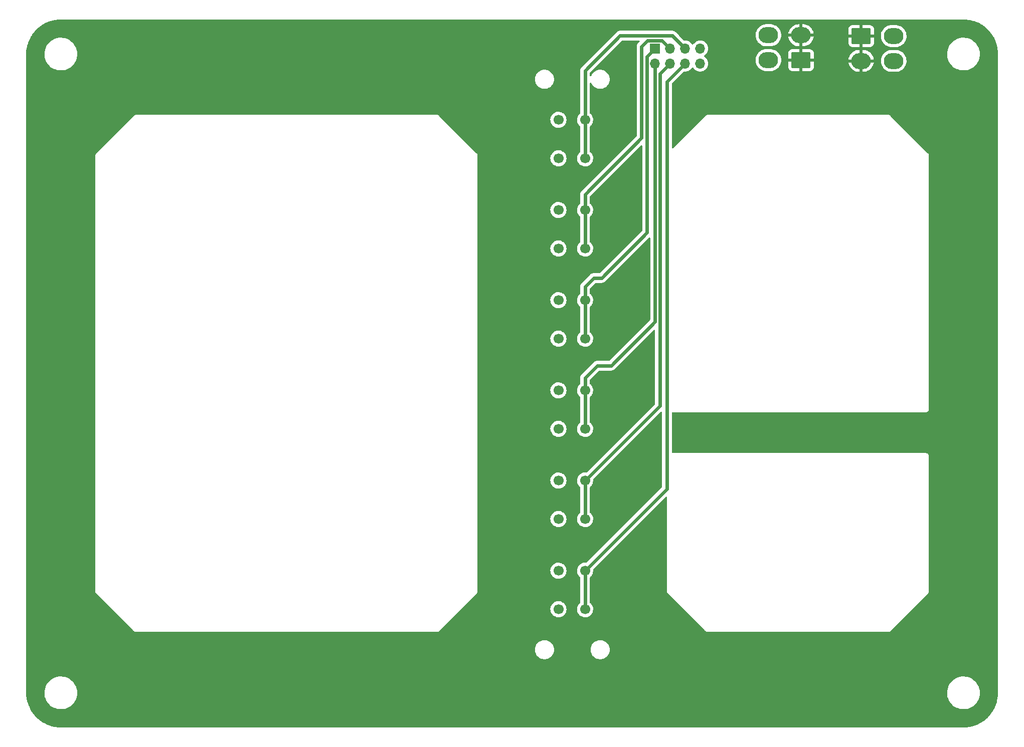
<source format=gbr>
%TF.GenerationSoftware,KiCad,Pcbnew,(6.0.9)*%
%TF.CreationDate,2023-01-27T20:31:40-09:00*%
%TF.ProjectId,IFEI,49464549-2e6b-4696-9361-645f70636258,rev?*%
%TF.SameCoordinates,Original*%
%TF.FileFunction,Copper,L2,Bot*%
%TF.FilePolarity,Positive*%
%FSLAX46Y46*%
G04 Gerber Fmt 4.6, Leading zero omitted, Abs format (unit mm)*
G04 Created by KiCad (PCBNEW (6.0.9)) date 2023-01-27 20:31:40*
%MOMM*%
%LPD*%
G01*
G04 APERTURE LIST*
G04 Aperture macros list*
%AMRoundRect*
0 Rectangle with rounded corners*
0 $1 Rounding radius*
0 $2 $3 $4 $5 $6 $7 $8 $9 X,Y pos of 4 corners*
0 Add a 4 corners polygon primitive as box body*
4,1,4,$2,$3,$4,$5,$6,$7,$8,$9,$2,$3,0*
0 Add four circle primitives for the rounded corners*
1,1,$1+$1,$2,$3*
1,1,$1+$1,$4,$5*
1,1,$1+$1,$6,$7*
1,1,$1+$1,$8,$9*
0 Add four rect primitives between the rounded corners*
20,1,$1+$1,$2,$3,$4,$5,0*
20,1,$1+$1,$4,$5,$6,$7,0*
20,1,$1+$1,$6,$7,$8,$9,0*
20,1,$1+$1,$8,$9,$2,$3,0*%
G04 Aperture macros list end*
%TA.AperFunction,ComponentPad*%
%ADD10C,1.700000*%
%TD*%
%TA.AperFunction,ComponentPad*%
%ADD11RoundRect,0.250001X1.399999X-1.099999X1.399999X1.099999X-1.399999X1.099999X-1.399999X-1.099999X0*%
%TD*%
%TA.AperFunction,ComponentPad*%
%ADD12O,3.300000X2.700000*%
%TD*%
%TA.AperFunction,ComponentPad*%
%ADD13RoundRect,0.250001X-1.399999X1.099999X-1.399999X-1.099999X1.399999X-1.099999X1.399999X1.099999X0*%
%TD*%
%TA.AperFunction,ComponentPad*%
%ADD14O,1.700000X1.700000*%
%TD*%
%TA.AperFunction,ComponentPad*%
%ADD15R,1.700000X1.700000*%
%TD*%
%TA.AperFunction,ViaPad*%
%ADD16C,0.800000*%
%TD*%
%TA.AperFunction,Conductor*%
%ADD17C,0.609600*%
%TD*%
G04 APERTURE END LIST*
D10*
%TO.P,SW6,1*%
%TO.N,/ET_SW*%
X162814000Y-125793500D03*
%TO.P,SW6,2*%
X162814000Y-132293500D03*
%TO.P,SW6,3*%
%TO.N,GND*%
X158314000Y-125793500D03*
%TO.P,SW6,4*%
X158314000Y-132293500D03*
%TD*%
%TO.P,SW5,1*%
%TO.N,/ZONE_SW*%
X162814000Y-110553500D03*
%TO.P,SW5,2*%
X162814000Y-117053500D03*
%TO.P,SW5,3*%
%TO.N,GND*%
X158314000Y-110553500D03*
%TO.P,SW5,4*%
X158314000Y-117053500D03*
%TD*%
%TO.P,SW4,1*%
%TO.N,/DOWN_SW*%
X162814000Y-95313501D03*
%TO.P,SW4,2*%
X162814000Y-101813501D03*
%TO.P,SW4,3*%
%TO.N,GND*%
X158314000Y-95313501D03*
%TO.P,SW4,4*%
X158314000Y-101813501D03*
%TD*%
%TO.P,SW3,1*%
%TO.N,/UP_SW*%
X162814000Y-80073501D03*
%TO.P,SW3,2*%
X162814000Y-86573501D03*
%TO.P,SW3,3*%
%TO.N,GND*%
X158314000Y-80073501D03*
%TO.P,SW3,4*%
X158314000Y-86573501D03*
%TD*%
%TO.P,SW2,1*%
%TO.N,/QTY_SW*%
X162814000Y-64833501D03*
%TO.P,SW2,2*%
X162814000Y-71333501D03*
%TO.P,SW2,3*%
%TO.N,GND*%
X158314000Y-64833501D03*
%TO.P,SW2,4*%
X158314000Y-71333501D03*
%TD*%
%TO.P,SW1,1*%
%TO.N,/MODE_SW*%
X162814000Y-49593500D03*
%TO.P,SW1,2*%
X162814000Y-56093500D03*
%TO.P,SW1,3*%
%TO.N,GND*%
X158314000Y-49593500D03*
%TO.P,SW1,4*%
X158314000Y-56093500D03*
%TD*%
D11*
%TO.P,J2,1*%
%TO.N,/BL_+5V*%
X199263000Y-39497000D03*
D12*
%TO.P,J2,2*%
X199263000Y-35297000D03*
%TO.P,J2,3*%
%TO.N,GND*%
X193763000Y-39497000D03*
%TO.P,J2,4*%
%TO.N,/BL_DOUT*%
X193763000Y-35297000D03*
%TD*%
D13*
%TO.P,J1,1*%
%TO.N,/BL_+5V*%
X209423000Y-35433000D03*
D12*
%TO.P,J1,2*%
X209423000Y-39633000D03*
%TO.P,J1,3*%
%TO.N,GND*%
X214923000Y-35433000D03*
%TO.P,J1,4*%
%TO.N,/BL_DIN*%
X214923000Y-39633000D03*
%TD*%
D14*
%TO.P,J3,8*%
%TO.N,GND*%
X182244999Y-40068500D03*
%TO.P,J3,7*%
X182244999Y-37528500D03*
%TO.P,J3,6*%
%TO.N,/ET_SW*%
X179704999Y-40068500D03*
%TO.P,J3,5*%
%TO.N,/MODE_SW*%
X179704999Y-37528500D03*
%TO.P,J3,4*%
%TO.N,/ZONE_SW*%
X177164999Y-40068500D03*
%TO.P,J3,3*%
%TO.N,/QTY_SW*%
X177164999Y-37528500D03*
%TO.P,J3,2*%
%TO.N,/DOWN_SW*%
X174624999Y-40068500D03*
D15*
%TO.P,J3,1*%
%TO.N,/UP_SW*%
X174624999Y-37528500D03*
%TD*%
D16*
%TO.N,/BL_+5V*%
X134803999Y-44113501D03*
X129583999Y-44753501D03*
X124563999Y-44183501D03*
X119233999Y-44843501D03*
X114613999Y-44043501D03*
X109333999Y-44933501D03*
X104253999Y-44543501D03*
X99073999Y-45103501D03*
X94193999Y-44303501D03*
X156703999Y-51715501D03*
X156693999Y-54905501D03*
X164443999Y-53725501D03*
X164483999Y-49075501D03*
X164493999Y-68785501D03*
X164453999Y-64265501D03*
X156923999Y-67175501D03*
X156733999Y-70595501D03*
X164493999Y-79645501D03*
X164473999Y-84275501D03*
X156743999Y-85865501D03*
X156883999Y-82395501D03*
X156813999Y-96595501D03*
X164443999Y-94795501D03*
X164383999Y-99195501D03*
X164473999Y-111315501D03*
X164213999Y-115845501D03*
X157343999Y-115625501D03*
X157433999Y-112865501D03*
X164433999Y-126655501D03*
X164453999Y-129885501D03*
X157133999Y-128295501D03*
X157173999Y-130975501D03*
X193063999Y-103545501D03*
X198963999Y-103435501D03*
X201193999Y-103305501D03*
X196183999Y-43215501D03*
X200723999Y-44025501D03*
X204833999Y-45275501D03*
X156844999Y-102552500D03*
%TD*%
D17*
%TO.N,/ET_SW*%
X162814000Y-132293500D02*
X162814000Y-125793500D01*
X176635189Y-111972311D02*
X162814000Y-125793500D01*
X176635189Y-43138310D02*
X176635189Y-111972311D01*
X179704999Y-40068500D02*
X176635189Y-43138310D01*
%TO.N,/ZONE_SW*%
X162814000Y-117053500D02*
X162814000Y-110553500D01*
X162814000Y-110553500D02*
X175434610Y-97932890D01*
X175434610Y-97932890D02*
X175434610Y-41798889D01*
X175434610Y-41798889D02*
X177164999Y-40068500D01*
%TO.N,/DOWN_SW*%
X162814000Y-101813501D02*
X162814000Y-95313501D01*
X174624999Y-40068500D02*
X174624999Y-83724501D01*
X174624999Y-83724501D02*
X167203999Y-91145501D01*
X167203999Y-91145501D02*
X164843999Y-91145501D01*
X162814000Y-93175500D02*
X162814000Y-95313501D01*
X164843999Y-91145501D02*
X162814000Y-93175500D01*
%TO.N,/UP_SW*%
X162814000Y-86573501D02*
X162814000Y-80073501D01*
X173270198Y-38883301D02*
X173270198Y-68669302D01*
X174624999Y-37528500D02*
X173270198Y-38883301D01*
X173270198Y-68669302D02*
X165603999Y-76335501D01*
X165603999Y-76335501D02*
X164233999Y-76335501D01*
X162814000Y-77755500D02*
X162814000Y-80073501D01*
X164233999Y-76335501D02*
X162814000Y-77755500D01*
%TO.N,/QTY_SW*%
X162814000Y-71333501D02*
X162814000Y-64833501D01*
X173371158Y-36173699D02*
X172353999Y-37190858D01*
X175810198Y-36173699D02*
X173371158Y-36173699D01*
X177164999Y-37528500D02*
X175810198Y-36173699D01*
X172353999Y-37190858D02*
X172353999Y-52635501D01*
X162814000Y-62175500D02*
X162814000Y-64833501D01*
X172353999Y-52635501D02*
X162814000Y-62175500D01*
%TO.N,/MODE_SW*%
X162814000Y-56093500D02*
X162814000Y-49593500D01*
X177540587Y-35364088D02*
X168715412Y-35364088D01*
X179704999Y-37528500D02*
X177540587Y-35364088D01*
X162814000Y-41265500D02*
X162814000Y-49593500D01*
X168715412Y-35364088D02*
X162814000Y-41265500D01*
%TD*%
%TA.AperFunction,Conductor*%
%TO.N,/BL_+5V*%
G36*
X226665024Y-32641001D02*
G01*
X226688724Y-32644691D01*
X226697626Y-32643527D01*
X226697627Y-32643527D01*
X226710104Y-32641896D01*
X226731385Y-32640930D01*
X227148369Y-32657313D01*
X227158232Y-32658089D01*
X227603901Y-32710838D01*
X227613672Y-32712386D01*
X227837935Y-32756994D01*
X228053825Y-32799937D01*
X228063434Y-32802244D01*
X228495362Y-32924060D01*
X228504752Y-32927111D01*
X228667056Y-32986988D01*
X228925802Y-33082445D01*
X228934942Y-33086231D01*
X229342496Y-33274115D01*
X229351311Y-33278607D01*
X229742850Y-33497880D01*
X229751286Y-33503049D01*
X229766616Y-33513292D01*
X230124431Y-33752376D01*
X230132426Y-33758184D01*
X230132435Y-33758191D01*
X230484861Y-34036023D01*
X230492384Y-34042448D01*
X230548378Y-34094208D01*
X230821940Y-34347086D01*
X230828914Y-34354060D01*
X230944147Y-34478718D01*
X231133552Y-34683616D01*
X231139977Y-34691139D01*
X231233597Y-34809894D01*
X231417816Y-35043574D01*
X231423619Y-35051562D01*
X231529789Y-35210456D01*
X231672951Y-35424714D01*
X231678120Y-35433150D01*
X231746843Y-35555863D01*
X231885560Y-35803559D01*
X231897393Y-35824689D01*
X231901884Y-35833502D01*
X232081156Y-36222374D01*
X232089769Y-36241058D01*
X232093554Y-36250196D01*
X232248665Y-36670638D01*
X232248886Y-36671238D01*
X232251940Y-36680638D01*
X232367371Y-37089926D01*
X232373754Y-37112559D01*
X232376062Y-37122172D01*
X232408754Y-37286525D01*
X232463614Y-37562328D01*
X232465162Y-37572099D01*
X232517911Y-38017768D01*
X232518687Y-38027631D01*
X232534776Y-38437134D01*
X232533373Y-38461463D01*
X232532691Y-38465847D01*
X232531309Y-38474724D01*
X232532473Y-38483626D01*
X232532473Y-38483628D01*
X232535436Y-38506283D01*
X232536500Y-38522621D01*
X232536500Y-146381633D01*
X232535000Y-146401018D01*
X232531309Y-146424724D01*
X232532473Y-146433626D01*
X232532473Y-146433627D01*
X232534104Y-146446104D01*
X232535070Y-146467385D01*
X232518687Y-146884369D01*
X232517911Y-146894232D01*
X232465162Y-147339901D01*
X232463614Y-147349672D01*
X232376064Y-147789821D01*
X232373756Y-147799434D01*
X232314881Y-148008191D01*
X232251943Y-148231352D01*
X232248889Y-148240752D01*
X232151785Y-148503963D01*
X232093555Y-148661802D01*
X232089770Y-148670939D01*
X231901885Y-149078496D01*
X231897394Y-149087309D01*
X231840164Y-149189500D01*
X231678120Y-149478850D01*
X231672951Y-149487286D01*
X231423625Y-149860430D01*
X231417810Y-149868434D01*
X231139977Y-150220861D01*
X231133552Y-150228384D01*
X230996350Y-150376809D01*
X230828914Y-150557940D01*
X230821940Y-150564914D01*
X230640809Y-150732350D01*
X230492384Y-150869552D01*
X230484861Y-150875977D01*
X230284573Y-151033872D01*
X230132426Y-151153816D01*
X230124438Y-151159619D01*
X229938612Y-151283784D01*
X229751286Y-151408951D01*
X229742850Y-151414120D01*
X229351311Y-151633393D01*
X229342496Y-151637885D01*
X228934942Y-151825769D01*
X228925804Y-151829554D01*
X228504752Y-151984889D01*
X228495362Y-151987940D01*
X228063434Y-152109756D01*
X228053828Y-152112062D01*
X227837935Y-152155006D01*
X227613672Y-152199614D01*
X227603901Y-152201162D01*
X227158232Y-152253911D01*
X227148369Y-152254687D01*
X226738866Y-152270776D01*
X226714537Y-152269373D01*
X226710153Y-152268691D01*
X226710152Y-152268691D01*
X226701276Y-152267309D01*
X226692374Y-152268473D01*
X226692372Y-152268473D01*
X226677323Y-152270441D01*
X226669714Y-152271436D01*
X226653379Y-152272500D01*
X74344367Y-152272500D01*
X74324982Y-152271000D01*
X74310148Y-152268690D01*
X74310145Y-152268690D01*
X74301276Y-152267309D01*
X74292374Y-152268473D01*
X74292373Y-152268473D01*
X74279896Y-152270104D01*
X74258615Y-152271070D01*
X73841631Y-152254687D01*
X73831768Y-152253911D01*
X73386099Y-152201162D01*
X73376328Y-152199614D01*
X73152065Y-152155006D01*
X72936172Y-152112062D01*
X72926566Y-152109756D01*
X72494638Y-151987940D01*
X72485248Y-151984889D01*
X72064196Y-151829554D01*
X72055058Y-151825769D01*
X71647504Y-151637885D01*
X71638689Y-151633393D01*
X71247150Y-151414120D01*
X71238714Y-151408951D01*
X71051388Y-151283784D01*
X70865562Y-151159619D01*
X70857574Y-151153816D01*
X70705427Y-151033872D01*
X70505139Y-150875977D01*
X70497616Y-150869552D01*
X70349191Y-150732350D01*
X70168060Y-150564914D01*
X70161086Y-150557940D01*
X69993650Y-150376809D01*
X69856448Y-150228384D01*
X69850023Y-150220861D01*
X69572190Y-149868434D01*
X69566375Y-149860430D01*
X69317049Y-149487286D01*
X69311880Y-149478850D01*
X69149836Y-149189500D01*
X69092606Y-149087309D01*
X69088115Y-149078496D01*
X68900230Y-148670939D01*
X68896445Y-148661802D01*
X68838215Y-148503963D01*
X68741111Y-148240752D01*
X68738057Y-148231352D01*
X68675120Y-148008191D01*
X68616244Y-147799434D01*
X68613936Y-147789821D01*
X68526386Y-147349672D01*
X68524838Y-147339901D01*
X68472089Y-146894232D01*
X68471313Y-146884369D01*
X68455372Y-146478645D01*
X68457021Y-146452794D01*
X68458576Y-146443552D01*
X68458729Y-146431000D01*
X68456657Y-146416530D01*
X71531496Y-146416530D01*
X71531704Y-146420310D01*
X71531704Y-146420311D01*
X71532881Y-146441689D01*
X71549773Y-146748634D01*
X71550434Y-146752361D01*
X71550434Y-146752365D01*
X71573829Y-146884369D01*
X71607815Y-147076136D01*
X71704782Y-147394293D01*
X71706313Y-147397757D01*
X71706316Y-147397764D01*
X71789070Y-147584949D01*
X71839269Y-147698497D01*
X71841205Y-147701751D01*
X71841208Y-147701757D01*
X71893601Y-147789821D01*
X72009328Y-147984341D01*
X72212496Y-148247684D01*
X72445829Y-148484712D01*
X72705949Y-148691991D01*
X72989086Y-148866519D01*
X73291140Y-149005768D01*
X73294740Y-149006927D01*
X73294747Y-149006930D01*
X73604126Y-149106558D01*
X73604129Y-149106559D01*
X73607735Y-149107720D01*
X73611451Y-149108439D01*
X73611459Y-149108441D01*
X73930567Y-149170181D01*
X73930573Y-149170182D01*
X73934285Y-149170900D01*
X73938061Y-149171167D01*
X73938066Y-149171168D01*
X74038767Y-149178297D01*
X74196994Y-149189500D01*
X74378635Y-149189500D01*
X74380501Y-149189388D01*
X74380518Y-149189387D01*
X74623228Y-149174755D01*
X74623235Y-149174754D01*
X74627003Y-149174527D01*
X74811401Y-149140849D01*
X74950470Y-149115451D01*
X74950475Y-149115450D01*
X74954197Y-149114770D01*
X74957809Y-149113649D01*
X74957815Y-149113647D01*
X75177827Y-149045332D01*
X75271843Y-149016139D01*
X75575338Y-148880061D01*
X75716445Y-148795108D01*
X75857034Y-148710466D01*
X75857040Y-148710462D01*
X75860287Y-148708507D01*
X75863271Y-148706180D01*
X75863278Y-148706175D01*
X76119575Y-148506294D01*
X76119582Y-148506288D01*
X76122563Y-148503963D01*
X76358366Y-148269392D01*
X76564280Y-148008191D01*
X76737323Y-147724144D01*
X76792383Y-147603046D01*
X76873420Y-147424817D01*
X76873423Y-147424809D01*
X76874989Y-147421365D01*
X76975282Y-147104240D01*
X77036751Y-146777364D01*
X77058504Y-146445470D01*
X77056911Y-146416530D01*
X223931496Y-146416530D01*
X223931704Y-146420310D01*
X223931704Y-146420311D01*
X223932881Y-146441689D01*
X223949773Y-146748634D01*
X223950434Y-146752361D01*
X223950434Y-146752365D01*
X223973829Y-146884369D01*
X224007815Y-147076136D01*
X224104782Y-147394293D01*
X224106313Y-147397757D01*
X224106316Y-147397764D01*
X224189070Y-147584949D01*
X224239269Y-147698497D01*
X224241205Y-147701751D01*
X224241208Y-147701757D01*
X224293601Y-147789821D01*
X224409328Y-147984341D01*
X224612496Y-148247684D01*
X224845829Y-148484712D01*
X225105949Y-148691991D01*
X225389086Y-148866519D01*
X225691140Y-149005768D01*
X225694740Y-149006927D01*
X225694747Y-149006930D01*
X226004126Y-149106558D01*
X226004129Y-149106559D01*
X226007735Y-149107720D01*
X226011451Y-149108439D01*
X226011459Y-149108441D01*
X226330567Y-149170181D01*
X226330573Y-149170182D01*
X226334285Y-149170900D01*
X226338061Y-149171167D01*
X226338066Y-149171168D01*
X226438767Y-149178297D01*
X226596994Y-149189500D01*
X226778635Y-149189500D01*
X226780501Y-149189388D01*
X226780518Y-149189387D01*
X227023228Y-149174755D01*
X227023235Y-149174754D01*
X227027003Y-149174527D01*
X227211401Y-149140849D01*
X227350470Y-149115451D01*
X227350475Y-149115450D01*
X227354197Y-149114770D01*
X227357809Y-149113649D01*
X227357815Y-149113647D01*
X227577827Y-149045332D01*
X227671843Y-149016139D01*
X227975338Y-148880061D01*
X228116445Y-148795108D01*
X228257034Y-148710466D01*
X228257040Y-148710462D01*
X228260287Y-148708507D01*
X228263271Y-148706180D01*
X228263278Y-148706175D01*
X228519575Y-148506294D01*
X228519582Y-148506288D01*
X228522563Y-148503963D01*
X228758366Y-148269392D01*
X228964280Y-148008191D01*
X229137323Y-147724144D01*
X229192383Y-147603046D01*
X229273420Y-147424817D01*
X229273423Y-147424809D01*
X229274989Y-147421365D01*
X229375282Y-147104240D01*
X229436751Y-146777364D01*
X229458504Y-146445470D01*
X229440227Y-146113366D01*
X229434476Y-146080913D01*
X229382846Y-145789594D01*
X229382185Y-145785864D01*
X229285218Y-145467707D01*
X229283687Y-145464243D01*
X229283684Y-145464236D01*
X229152263Y-145166969D01*
X229150731Y-145163503D01*
X229137523Y-145141301D01*
X228982611Y-144880918D01*
X228982610Y-144880917D01*
X228980672Y-144877659D01*
X228777504Y-144614316D01*
X228544171Y-144377288D01*
X228284051Y-144170009D01*
X228000914Y-143995481D01*
X227698860Y-143856232D01*
X227695260Y-143855073D01*
X227695253Y-143855070D01*
X227385874Y-143755442D01*
X227385871Y-143755441D01*
X227382265Y-143754280D01*
X227378549Y-143753561D01*
X227378541Y-143753559D01*
X227059433Y-143691819D01*
X227059427Y-143691818D01*
X227055715Y-143691100D01*
X227051939Y-143690833D01*
X227051934Y-143690832D01*
X226951233Y-143683703D01*
X226793006Y-143672500D01*
X226611365Y-143672500D01*
X226609499Y-143672612D01*
X226609482Y-143672613D01*
X226366772Y-143687245D01*
X226366765Y-143687246D01*
X226362997Y-143687473D01*
X226178599Y-143721151D01*
X226039530Y-143746549D01*
X226039525Y-143746550D01*
X226035803Y-143747230D01*
X226032191Y-143748351D01*
X226032185Y-143748353D01*
X225812173Y-143816668D01*
X225718157Y-143845861D01*
X225414662Y-143981939D01*
X225273555Y-144066892D01*
X225132966Y-144151534D01*
X225132960Y-144151538D01*
X225129713Y-144153493D01*
X225126729Y-144155820D01*
X225126722Y-144155825D01*
X224870425Y-144355706D01*
X224870418Y-144355712D01*
X224867437Y-144358037D01*
X224631634Y-144592608D01*
X224425720Y-144853809D01*
X224252677Y-145137856D01*
X224251111Y-145141301D01*
X224116580Y-145437183D01*
X224116577Y-145437191D01*
X224115011Y-145440635D01*
X224014718Y-145757760D01*
X223953249Y-146084636D01*
X223931496Y-146416530D01*
X77056911Y-146416530D01*
X77040227Y-146113366D01*
X77034476Y-146080913D01*
X76982846Y-145789594D01*
X76982185Y-145785864D01*
X76885218Y-145467707D01*
X76883687Y-145464243D01*
X76883684Y-145464236D01*
X76752263Y-145166969D01*
X76750731Y-145163503D01*
X76737523Y-145141301D01*
X76582611Y-144880918D01*
X76582610Y-144880917D01*
X76580672Y-144877659D01*
X76377504Y-144614316D01*
X76144171Y-144377288D01*
X75884051Y-144170009D01*
X75600914Y-143995481D01*
X75298860Y-143856232D01*
X75295260Y-143855073D01*
X75295253Y-143855070D01*
X74985874Y-143755442D01*
X74985871Y-143755441D01*
X74982265Y-143754280D01*
X74978549Y-143753561D01*
X74978541Y-143753559D01*
X74659433Y-143691819D01*
X74659427Y-143691818D01*
X74655715Y-143691100D01*
X74651939Y-143690833D01*
X74651934Y-143690832D01*
X74551233Y-143683703D01*
X74393006Y-143672500D01*
X74211365Y-143672500D01*
X74209499Y-143672612D01*
X74209482Y-143672613D01*
X73966772Y-143687245D01*
X73966765Y-143687246D01*
X73962997Y-143687473D01*
X73778599Y-143721151D01*
X73639530Y-143746549D01*
X73639525Y-143746550D01*
X73635803Y-143747230D01*
X73632191Y-143748351D01*
X73632185Y-143748353D01*
X73412173Y-143816668D01*
X73318157Y-143845861D01*
X73014662Y-143981939D01*
X72873555Y-144066892D01*
X72732966Y-144151534D01*
X72732960Y-144151538D01*
X72729713Y-144153493D01*
X72726729Y-144155820D01*
X72726722Y-144155825D01*
X72470425Y-144355706D01*
X72470418Y-144355712D01*
X72467437Y-144358037D01*
X72231634Y-144592608D01*
X72025720Y-144853809D01*
X71852677Y-145137856D01*
X71851111Y-145141301D01*
X71716580Y-145437183D01*
X71716577Y-145437191D01*
X71715011Y-145440635D01*
X71614718Y-145757760D01*
X71553249Y-146084636D01*
X71531496Y-146416530D01*
X68456657Y-146416530D01*
X68454773Y-146403376D01*
X68453500Y-146385514D01*
X68453500Y-139128501D01*
X154342526Y-139128501D01*
X154362391Y-139380904D01*
X154421495Y-139627092D01*
X154518384Y-139861003D01*
X154650672Y-140076877D01*
X154815102Y-140269399D01*
X155007624Y-140433829D01*
X155223498Y-140566117D01*
X155228068Y-140568010D01*
X155228072Y-140568012D01*
X155452836Y-140661112D01*
X155457409Y-140663006D01*
X155542032Y-140683322D01*
X155698784Y-140720955D01*
X155698790Y-140720956D01*
X155703597Y-140722110D01*
X155803416Y-140729966D01*
X155890345Y-140736808D01*
X155890352Y-140736808D01*
X155892801Y-140737001D01*
X156019199Y-140737001D01*
X156021648Y-140736808D01*
X156021655Y-140736808D01*
X156108584Y-140729966D01*
X156208403Y-140722110D01*
X156213210Y-140720956D01*
X156213216Y-140720955D01*
X156369968Y-140683322D01*
X156454591Y-140663006D01*
X156459164Y-140661112D01*
X156683928Y-140568012D01*
X156683932Y-140568010D01*
X156688502Y-140566117D01*
X156904376Y-140433829D01*
X157096898Y-140269399D01*
X157261328Y-140076877D01*
X157393616Y-139861003D01*
X157490505Y-139627092D01*
X157549609Y-139380904D01*
X157569474Y-139128501D01*
X163740525Y-139128501D01*
X163760390Y-139380904D01*
X163819494Y-139627092D01*
X163916383Y-139861003D01*
X164048671Y-140076877D01*
X164213101Y-140269399D01*
X164405623Y-140433829D01*
X164621497Y-140566117D01*
X164626067Y-140568010D01*
X164626071Y-140568012D01*
X164850835Y-140661112D01*
X164855408Y-140663006D01*
X164940031Y-140683322D01*
X165096783Y-140720955D01*
X165096789Y-140720956D01*
X165101596Y-140722110D01*
X165201415Y-140729966D01*
X165288344Y-140736808D01*
X165288351Y-140736808D01*
X165290800Y-140737001D01*
X165417198Y-140737001D01*
X165419647Y-140736808D01*
X165419654Y-140736808D01*
X165506583Y-140729966D01*
X165606402Y-140722110D01*
X165611209Y-140720956D01*
X165611215Y-140720955D01*
X165767967Y-140683322D01*
X165852590Y-140663006D01*
X165857163Y-140661112D01*
X166081927Y-140568012D01*
X166081931Y-140568010D01*
X166086501Y-140566117D01*
X166302375Y-140433829D01*
X166494897Y-140269399D01*
X166659327Y-140076877D01*
X166791615Y-139861003D01*
X166888504Y-139627092D01*
X166947608Y-139380904D01*
X166967473Y-139128501D01*
X166947608Y-138876098D01*
X166888504Y-138629910D01*
X166791615Y-138395999D01*
X166659327Y-138180125D01*
X166494897Y-137987603D01*
X166302375Y-137823173D01*
X166086501Y-137690885D01*
X166081931Y-137688992D01*
X166081927Y-137688990D01*
X165857163Y-137595890D01*
X165857161Y-137595889D01*
X165852590Y-137593996D01*
X165767967Y-137573680D01*
X165611215Y-137536047D01*
X165611209Y-137536046D01*
X165606402Y-137534892D01*
X165506583Y-137527036D01*
X165419654Y-137520194D01*
X165419647Y-137520194D01*
X165417198Y-137520001D01*
X165290800Y-137520001D01*
X165288351Y-137520194D01*
X165288344Y-137520194D01*
X165201415Y-137527036D01*
X165101596Y-137534892D01*
X165096789Y-137536046D01*
X165096783Y-137536047D01*
X164940031Y-137573680D01*
X164855408Y-137593996D01*
X164850837Y-137595889D01*
X164850835Y-137595890D01*
X164626071Y-137688990D01*
X164626067Y-137688992D01*
X164621497Y-137690885D01*
X164405623Y-137823173D01*
X164213101Y-137987603D01*
X164048671Y-138180125D01*
X163916383Y-138395999D01*
X163819494Y-138629910D01*
X163760390Y-138876098D01*
X163740525Y-139128501D01*
X157569474Y-139128501D01*
X157549609Y-138876098D01*
X157490505Y-138629910D01*
X157393616Y-138395999D01*
X157261328Y-138180125D01*
X157096898Y-137987603D01*
X156904376Y-137823173D01*
X156688502Y-137690885D01*
X156683932Y-137688992D01*
X156683928Y-137688990D01*
X156459164Y-137595890D01*
X156459162Y-137595889D01*
X156454591Y-137593996D01*
X156369968Y-137573680D01*
X156213216Y-137536047D01*
X156213210Y-137536046D01*
X156208403Y-137534892D01*
X156108584Y-137527036D01*
X156021655Y-137520194D01*
X156021648Y-137520194D01*
X156019199Y-137520001D01*
X155892801Y-137520001D01*
X155890352Y-137520194D01*
X155890345Y-137520194D01*
X155803416Y-137527036D01*
X155703597Y-137534892D01*
X155698790Y-137536046D01*
X155698784Y-137536047D01*
X155542032Y-137573680D01*
X155457409Y-137593996D01*
X155452838Y-137595889D01*
X155452836Y-137595890D01*
X155228072Y-137688990D01*
X155228068Y-137688992D01*
X155223498Y-137690885D01*
X155007624Y-137823173D01*
X154815102Y-137987603D01*
X154650672Y-138180125D01*
X154518384Y-138395999D01*
X154421495Y-138629910D01*
X154362391Y-138876098D01*
X154342526Y-139128501D01*
X68453500Y-139128501D01*
X68453500Y-55660941D01*
X80132461Y-55660941D01*
X80134335Y-55669720D01*
X80134898Y-55677978D01*
X80136500Y-55693161D01*
X80136500Y-129214928D01*
X80135145Y-129227058D01*
X80135627Y-129227097D01*
X80134907Y-129236044D01*
X80132926Y-129244800D01*
X80133870Y-129260010D01*
X80136258Y-129298508D01*
X80136500Y-129306310D01*
X80136500Y-129322513D01*
X80137136Y-129326953D01*
X80137984Y-129332878D01*
X80139013Y-129342928D01*
X80139396Y-129349094D01*
X80141945Y-129390177D01*
X80144994Y-129398623D01*
X80145593Y-129401514D01*
X80149822Y-129418480D01*
X80150648Y-129421305D01*
X80151920Y-129430187D01*
X80171522Y-129473298D01*
X80175327Y-129482647D01*
X80191404Y-129527181D01*
X80196699Y-129534429D01*
X80198080Y-129537027D01*
X80206915Y-129552145D01*
X80208494Y-129554614D01*
X80212208Y-129562782D01*
X80243107Y-129598643D01*
X80243115Y-129598652D01*
X80249401Y-129606569D01*
X80254548Y-129613615D01*
X80254553Y-129613620D01*
X80257425Y-129617552D01*
X80268400Y-129628527D01*
X80274758Y-129635374D01*
X80307287Y-129673127D01*
X80314822Y-129678011D01*
X80321066Y-129683458D01*
X80332931Y-129693058D01*
X86585179Y-135945308D01*
X86592799Y-135954845D01*
X86593168Y-135954531D01*
X86598983Y-135961364D01*
X86603775Y-135968958D01*
X86615798Y-135979576D01*
X86644115Y-136004585D01*
X86649802Y-136009931D01*
X86661253Y-136021382D01*
X86669637Y-136027666D01*
X86677462Y-136034037D01*
X86712950Y-136065378D01*
X86721074Y-136069192D01*
X86723552Y-136070820D01*
X86738533Y-136079822D01*
X86741114Y-136081235D01*
X86748294Y-136086616D01*
X86792649Y-136103244D01*
X86801947Y-136107162D01*
X86844799Y-136127281D01*
X86853665Y-136128662D01*
X86856466Y-136129518D01*
X86873403Y-136133962D01*
X86876283Y-136134595D01*
X86884683Y-136137744D01*
X86893628Y-136138409D01*
X86893629Y-136138409D01*
X86931888Y-136141252D01*
X86941936Y-136142406D01*
X86945855Y-136143016D01*
X86955385Y-136144500D01*
X86970922Y-136144500D01*
X86980260Y-136144847D01*
X87020989Y-136147874D01*
X87020990Y-136147874D01*
X87029940Y-136148539D01*
X87038715Y-136146666D01*
X87046972Y-136146103D01*
X87062161Y-136144500D01*
X137723928Y-136144500D01*
X137736058Y-136145855D01*
X137736097Y-136145373D01*
X137745044Y-136146093D01*
X137753800Y-136148074D01*
X137807508Y-136144742D01*
X137815310Y-136144500D01*
X137831513Y-136144500D01*
X137840429Y-136143223D01*
X137841878Y-136143016D01*
X137851928Y-136141987D01*
X137890216Y-136139611D01*
X137899177Y-136139055D01*
X137907623Y-136136006D01*
X137910514Y-136135407D01*
X137927480Y-136131178D01*
X137930305Y-136130352D01*
X137939187Y-136129080D01*
X137982298Y-136109478D01*
X137991649Y-136105672D01*
X138027739Y-136092644D01*
X138027742Y-136092643D01*
X138036181Y-136089596D01*
X138043428Y-136084302D01*
X138046028Y-136082919D01*
X138061116Y-136074102D01*
X138063608Y-136072508D01*
X138071782Y-136068792D01*
X138107652Y-136037885D01*
X138115555Y-136031610D01*
X138126553Y-136023575D01*
X138137528Y-136012600D01*
X138144376Y-136006242D01*
X138175324Y-135979576D01*
X138175328Y-135979571D01*
X138182127Y-135973713D01*
X138187009Y-135966181D01*
X138192462Y-135959930D01*
X138202054Y-135948074D01*
X141889932Y-132260195D01*
X156951251Y-132260195D01*
X156951548Y-132265348D01*
X156951548Y-132265351D01*
X156957011Y-132360090D01*
X156964110Y-132483215D01*
X156965247Y-132488261D01*
X156965248Y-132488267D01*
X156985119Y-132576439D01*
X157013222Y-132701139D01*
X157097266Y-132908116D01*
X157213987Y-133098588D01*
X157360250Y-133267438D01*
X157532126Y-133410132D01*
X157725000Y-133522838D01*
X157933692Y-133602530D01*
X157938760Y-133603561D01*
X157938763Y-133603562D01*
X158046017Y-133625383D01*
X158152597Y-133647067D01*
X158157772Y-133647257D01*
X158157774Y-133647257D01*
X158370673Y-133655064D01*
X158370677Y-133655064D01*
X158375837Y-133655253D01*
X158380957Y-133654597D01*
X158380959Y-133654597D01*
X158592288Y-133627525D01*
X158592289Y-133627525D01*
X158597416Y-133626868D01*
X158602366Y-133625383D01*
X158806429Y-133564161D01*
X158806434Y-133564159D01*
X158811384Y-133562674D01*
X159011994Y-133464396D01*
X159193860Y-133334673D01*
X159352096Y-133176989D01*
X159411594Y-133094189D01*
X159479435Y-132999777D01*
X159482453Y-132995577D01*
X159581430Y-132795311D01*
X159646370Y-132581569D01*
X159675529Y-132360090D01*
X159677156Y-132293500D01*
X159674418Y-132260195D01*
X161451251Y-132260195D01*
X161451548Y-132265348D01*
X161451548Y-132265351D01*
X161457011Y-132360090D01*
X161464110Y-132483215D01*
X161465247Y-132488261D01*
X161465248Y-132488267D01*
X161485119Y-132576439D01*
X161513222Y-132701139D01*
X161597266Y-132908116D01*
X161713987Y-133098588D01*
X161860250Y-133267438D01*
X162032126Y-133410132D01*
X162225000Y-133522838D01*
X162433692Y-133602530D01*
X162438760Y-133603561D01*
X162438763Y-133603562D01*
X162546017Y-133625383D01*
X162652597Y-133647067D01*
X162657772Y-133647257D01*
X162657774Y-133647257D01*
X162870673Y-133655064D01*
X162870677Y-133655064D01*
X162875837Y-133655253D01*
X162880957Y-133654597D01*
X162880959Y-133654597D01*
X163092288Y-133627525D01*
X163092289Y-133627525D01*
X163097416Y-133626868D01*
X163102366Y-133625383D01*
X163306429Y-133564161D01*
X163306434Y-133564159D01*
X163311384Y-133562674D01*
X163511994Y-133464396D01*
X163693860Y-133334673D01*
X163852096Y-133176989D01*
X163911594Y-133094189D01*
X163979435Y-132999777D01*
X163982453Y-132995577D01*
X164081430Y-132795311D01*
X164146370Y-132581569D01*
X164175529Y-132360090D01*
X164177156Y-132293500D01*
X164158852Y-132070861D01*
X164104431Y-131854202D01*
X164015354Y-131649340D01*
X163894014Y-131461777D01*
X163743670Y-131296551D01*
X163675207Y-131242482D01*
X163634145Y-131184566D01*
X163627300Y-131143601D01*
X163627300Y-126947044D01*
X163647302Y-126878923D01*
X163680128Y-126844468D01*
X163693860Y-126834673D01*
X163852096Y-126676989D01*
X163911594Y-126594189D01*
X163979435Y-126499777D01*
X163982453Y-126495577D01*
X164081430Y-126295311D01*
X164146370Y-126081569D01*
X164175529Y-125860090D01*
X164177156Y-125793500D01*
X164165758Y-125654859D01*
X164180111Y-125585329D01*
X164202239Y-125555441D01*
X176441404Y-113316276D01*
X176503716Y-113282250D01*
X176574531Y-113287315D01*
X176631367Y-113329862D01*
X176656178Y-113396382D01*
X176656499Y-113405371D01*
X176656499Y-129214928D01*
X176655144Y-129227058D01*
X176655626Y-129227097D01*
X176654906Y-129236044D01*
X176652925Y-129244800D01*
X176653869Y-129260010D01*
X176656257Y-129298508D01*
X176656499Y-129306310D01*
X176656499Y-129322513D01*
X176657135Y-129326953D01*
X176657983Y-129332878D01*
X176659012Y-129342928D01*
X176659395Y-129349094D01*
X176661944Y-129390177D01*
X176664993Y-129398623D01*
X176665592Y-129401514D01*
X176669821Y-129418480D01*
X176670647Y-129421305D01*
X176671919Y-129430187D01*
X176691521Y-129473298D01*
X176695326Y-129482647D01*
X176711403Y-129527181D01*
X176716697Y-129534428D01*
X176718080Y-129537028D01*
X176726897Y-129552116D01*
X176728491Y-129554608D01*
X176732207Y-129562782D01*
X176763113Y-129598651D01*
X176769389Y-129606555D01*
X176777424Y-129617553D01*
X176788399Y-129628528D01*
X176794757Y-129635376D01*
X176821423Y-129666324D01*
X176821428Y-129666328D01*
X176827286Y-129673127D01*
X176834818Y-129678009D01*
X176841069Y-129683462D01*
X176852925Y-129693054D01*
X183105180Y-135945308D01*
X183112800Y-135954845D01*
X183113169Y-135954531D01*
X183118984Y-135961364D01*
X183123776Y-135968958D01*
X183135799Y-135979576D01*
X183164116Y-136004585D01*
X183169803Y-136009931D01*
X183181255Y-136021383D01*
X183184846Y-136024074D01*
X183184848Y-136024076D01*
X183189630Y-136027660D01*
X183197473Y-136034045D01*
X183198089Y-136034589D01*
X183232951Y-136065378D01*
X183241078Y-136069194D01*
X183243534Y-136070807D01*
X183258547Y-136079829D01*
X183261118Y-136081237D01*
X183268296Y-136086616D01*
X183276694Y-136089764D01*
X183276698Y-136089766D01*
X183312640Y-136103239D01*
X183321943Y-136107159D01*
X183364800Y-136127281D01*
X183373669Y-136128662D01*
X183376495Y-136129526D01*
X183393399Y-136133960D01*
X183396275Y-136134592D01*
X183404684Y-136137745D01*
X183413634Y-136138410D01*
X183451906Y-136141254D01*
X183461952Y-136142408D01*
X183470575Y-136143751D01*
X183470578Y-136143751D01*
X183475386Y-136144500D01*
X183490906Y-136144500D01*
X183500243Y-136144846D01*
X183507114Y-136145357D01*
X183549941Y-136148539D01*
X183558720Y-136146665D01*
X183566978Y-136146102D01*
X183582161Y-136144500D01*
X213923927Y-136144500D01*
X213936057Y-136145855D01*
X213936096Y-136145373D01*
X213945043Y-136146093D01*
X213953799Y-136148074D01*
X214007507Y-136144742D01*
X214015309Y-136144500D01*
X214031512Y-136144500D01*
X214040428Y-136143223D01*
X214041877Y-136143016D01*
X214051927Y-136141987D01*
X214090215Y-136139611D01*
X214099176Y-136139055D01*
X214107622Y-136136006D01*
X214110513Y-136135407D01*
X214127479Y-136131178D01*
X214130304Y-136130352D01*
X214139186Y-136129080D01*
X214182297Y-136109478D01*
X214191648Y-136105672D01*
X214193474Y-136105013D01*
X214236180Y-136089596D01*
X214243428Y-136084301D01*
X214246026Y-136082920D01*
X214261144Y-136074085D01*
X214263613Y-136072506D01*
X214271781Y-136068792D01*
X214307652Y-136037884D01*
X214315568Y-136031599D01*
X214322614Y-136026452D01*
X214322625Y-136026443D01*
X214326551Y-136023575D01*
X214337526Y-136012600D01*
X214344374Y-136006242D01*
X214375322Y-135979576D01*
X214375323Y-135979575D01*
X214382126Y-135973713D01*
X214387010Y-135966178D01*
X214392457Y-135959934D01*
X214402057Y-135948069D01*
X220654303Y-129695823D01*
X220663843Y-129688200D01*
X220663529Y-129687832D01*
X220670365Y-129682014D01*
X220677957Y-129677224D01*
X220713592Y-129636875D01*
X220718938Y-129631188D01*
X220730381Y-129619745D01*
X220736658Y-129611370D01*
X220743032Y-129603541D01*
X220774377Y-129568049D01*
X220778191Y-129559926D01*
X220779825Y-129557438D01*
X220788813Y-129542477D01*
X220790228Y-129539892D01*
X220795615Y-129532705D01*
X220812240Y-129488357D01*
X220816167Y-129479040D01*
X220832465Y-129444326D01*
X220832466Y-129444323D01*
X220836280Y-129436200D01*
X220837661Y-129427331D01*
X220838527Y-129424498D01*
X220842957Y-129407611D01*
X220843591Y-129404726D01*
X220846744Y-129396316D01*
X220848911Y-129367158D01*
X220850253Y-129349094D01*
X220851407Y-129339048D01*
X220852750Y-129330425D01*
X220852750Y-129330422D01*
X220853499Y-129325614D01*
X220853499Y-129310094D01*
X220853845Y-129300757D01*
X220856873Y-129260007D01*
X220857538Y-129251059D01*
X220855664Y-129242281D01*
X220855101Y-129234021D01*
X220853499Y-129218838D01*
X220853499Y-106434623D01*
X220853501Y-106433853D01*
X220853920Y-106365254D01*
X220853975Y-106356279D01*
X220845849Y-106327847D01*
X220842271Y-106311085D01*
X220839351Y-106290698D01*
X220838079Y-106281813D01*
X220827450Y-106258436D01*
X220821003Y-106240913D01*
X220816415Y-106224862D01*
X220813948Y-106216229D01*
X220809155Y-106208632D01*
X220798169Y-106191220D01*
X220790029Y-106176135D01*
X220777791Y-106149218D01*
X220761029Y-106129765D01*
X220749926Y-106114761D01*
X220736223Y-106093042D01*
X220729498Y-106087103D01*
X220729495Y-106087099D01*
X220714061Y-106073468D01*
X220702017Y-106061276D01*
X220688572Y-106045673D01*
X220688569Y-106045671D01*
X220682712Y-106038873D01*
X220661164Y-106024906D01*
X220646290Y-106013615D01*
X220633782Y-106002569D01*
X220633781Y-106002568D01*
X220627048Y-105996622D01*
X220600286Y-105984057D01*
X220585308Y-105975737D01*
X220568016Y-105964529D01*
X220568011Y-105964527D01*
X220560484Y-105959648D01*
X220551891Y-105957078D01*
X220551886Y-105957076D01*
X220535879Y-105952289D01*
X220518435Y-105945628D01*
X220503323Y-105938533D01*
X220503321Y-105938532D01*
X220495199Y-105934719D01*
X220486332Y-105933338D01*
X220486331Y-105933338D01*
X220476689Y-105931837D01*
X220465982Y-105930170D01*
X220449267Y-105926387D01*
X220429533Y-105920485D01*
X220429527Y-105920484D01*
X220420933Y-105917914D01*
X220411962Y-105917859D01*
X220411961Y-105917859D01*
X220401902Y-105917798D01*
X220386493Y-105917704D01*
X220385710Y-105917671D01*
X220384613Y-105917500D01*
X220353622Y-105917500D01*
X220352852Y-105917498D01*
X220279214Y-105917048D01*
X220279213Y-105917048D01*
X220275278Y-105917024D01*
X220273934Y-105917408D01*
X220272589Y-105917500D01*
X177574489Y-105917500D01*
X177506368Y-105897498D01*
X177459875Y-105843842D01*
X177448489Y-105791500D01*
X177448489Y-99123000D01*
X177468491Y-99054879D01*
X177522147Y-99008386D01*
X177574489Y-98997000D01*
X220336376Y-98997000D01*
X220337147Y-98997002D01*
X220414720Y-98997476D01*
X220443151Y-98989350D01*
X220459914Y-98985772D01*
X220489186Y-98981580D01*
X220512563Y-98970951D01*
X220530086Y-98964504D01*
X220554770Y-98957449D01*
X220562364Y-98952657D01*
X220562367Y-98952656D01*
X220579779Y-98941670D01*
X220594864Y-98933530D01*
X220621781Y-98921292D01*
X220641234Y-98904530D01*
X220656238Y-98893427D01*
X220677957Y-98879724D01*
X220683896Y-98872999D01*
X220683900Y-98872996D01*
X220697531Y-98857562D01*
X220709723Y-98845518D01*
X220725326Y-98832073D01*
X220725328Y-98832070D01*
X220732126Y-98826213D01*
X220746093Y-98804665D01*
X220757384Y-98789791D01*
X220768430Y-98777283D01*
X220768431Y-98777282D01*
X220774377Y-98770549D01*
X220786942Y-98743787D01*
X220795262Y-98728809D01*
X220806470Y-98711517D01*
X220806472Y-98711512D01*
X220811351Y-98703985D01*
X220813921Y-98695392D01*
X220813923Y-98695387D01*
X220818710Y-98679380D01*
X220825371Y-98661936D01*
X220832466Y-98646824D01*
X220832467Y-98646822D01*
X220836280Y-98638700D01*
X220840829Y-98609483D01*
X220844612Y-98592768D01*
X220850514Y-98573034D01*
X220850515Y-98573028D01*
X220853085Y-98564434D01*
X220853295Y-98529994D01*
X220853328Y-98529211D01*
X220853499Y-98528114D01*
X220853499Y-98497123D01*
X220853501Y-98496353D01*
X220853951Y-98422715D01*
X220853951Y-98422714D01*
X220853975Y-98418779D01*
X220853591Y-98417435D01*
X220853499Y-98416090D01*
X220853499Y-55697073D01*
X220854854Y-55684944D01*
X220854372Y-55684905D01*
X220855092Y-55675954D01*
X220857073Y-55667200D01*
X220853741Y-55613491D01*
X220853499Y-55605690D01*
X220853499Y-55589487D01*
X220852015Y-55579122D01*
X220850986Y-55569072D01*
X220848610Y-55530784D01*
X220848054Y-55521823D01*
X220845006Y-55513379D01*
X220844408Y-55510492D01*
X220840173Y-55493510D01*
X220839352Y-55490704D01*
X220838079Y-55481813D01*
X220818480Y-55438708D01*
X220814671Y-55429349D01*
X220801644Y-55393265D01*
X220801641Y-55393260D01*
X220798594Y-55384819D01*
X220793299Y-55377571D01*
X220791914Y-55374966D01*
X220783098Y-55359877D01*
X220781505Y-55357386D01*
X220777791Y-55349218D01*
X220746881Y-55313345D01*
X220740603Y-55305438D01*
X220740045Y-55304673D01*
X220732574Y-55294447D01*
X220721599Y-55283472D01*
X220715241Y-55276624D01*
X220688575Y-55245676D01*
X220688570Y-55245672D01*
X220682712Y-55238873D01*
X220675180Y-55233991D01*
X220668929Y-55228538D01*
X220657073Y-55218946D01*
X214404822Y-48966696D01*
X214397199Y-48957156D01*
X214396831Y-48957470D01*
X214391013Y-48950634D01*
X214386223Y-48943042D01*
X214345874Y-48907407D01*
X214340187Y-48902061D01*
X214328744Y-48890618D01*
X214320369Y-48884341D01*
X214312540Y-48877967D01*
X214277048Y-48846622D01*
X214268925Y-48842808D01*
X214266437Y-48841174D01*
X214251476Y-48832186D01*
X214248891Y-48830771D01*
X214241704Y-48825384D01*
X214197356Y-48808759D01*
X214188039Y-48804832D01*
X214153325Y-48788534D01*
X214145199Y-48784719D01*
X214136330Y-48783338D01*
X214133497Y-48782472D01*
X214116610Y-48778042D01*
X214113725Y-48777408D01*
X214105315Y-48774255D01*
X214076157Y-48772088D01*
X214058093Y-48770746D01*
X214048047Y-48769592D01*
X214039424Y-48768249D01*
X214039421Y-48768249D01*
X214034613Y-48767500D01*
X214019093Y-48767500D01*
X214009756Y-48767154D01*
X213996177Y-48766145D01*
X213960058Y-48763461D01*
X213951279Y-48765335D01*
X213943021Y-48765898D01*
X213927838Y-48767500D01*
X183586072Y-48767500D01*
X183573942Y-48766145D01*
X183573903Y-48766627D01*
X183564956Y-48765907D01*
X183556200Y-48763926D01*
X183512663Y-48766627D01*
X183502492Y-48767258D01*
X183494690Y-48767500D01*
X183478487Y-48767500D01*
X183469571Y-48768777D01*
X183468122Y-48768984D01*
X183458072Y-48770013D01*
X183420215Y-48772362D01*
X183410823Y-48772945D01*
X183402377Y-48775994D01*
X183399486Y-48776593D01*
X183382520Y-48780822D01*
X183379695Y-48781648D01*
X183370813Y-48782920D01*
X183327702Y-48802522D01*
X183318353Y-48806327D01*
X183273819Y-48822404D01*
X183266571Y-48827699D01*
X183263973Y-48829080D01*
X183248855Y-48837915D01*
X183246386Y-48839494D01*
X183238218Y-48843208D01*
X183227360Y-48852564D01*
X183202348Y-48874115D01*
X183194431Y-48880401D01*
X183187385Y-48885548D01*
X183187380Y-48885553D01*
X183183448Y-48888425D01*
X183172473Y-48899400D01*
X183165626Y-48905758D01*
X183127873Y-48938287D01*
X183122989Y-48945822D01*
X183117542Y-48952066D01*
X183107942Y-48963931D01*
X177663584Y-54408288D01*
X177601272Y-54442314D01*
X177530457Y-54437249D01*
X177473621Y-54394702D01*
X177448810Y-54328182D01*
X177448489Y-54319193D01*
X177448489Y-43527380D01*
X177468491Y-43459259D01*
X177485394Y-43438285D01*
X179464265Y-41459414D01*
X179526577Y-41425388D01*
X179557974Y-41422594D01*
X179656709Y-41426215D01*
X179761672Y-41430064D01*
X179761676Y-41430064D01*
X179766836Y-41430253D01*
X179771956Y-41429597D01*
X179771958Y-41429597D01*
X179983287Y-41402525D01*
X179983288Y-41402525D01*
X179988415Y-41401868D01*
X179993365Y-41400383D01*
X180197428Y-41339161D01*
X180197433Y-41339159D01*
X180202383Y-41337674D01*
X180402993Y-41239396D01*
X180584859Y-41109673D01*
X180591555Y-41103001D01*
X180739434Y-40955637D01*
X180743095Y-40951989D01*
X180757735Y-40931616D01*
X180873452Y-40770577D01*
X180874775Y-40771528D01*
X180921644Y-40728357D01*
X180991579Y-40716125D01*
X181057025Y-40743644D01*
X181084874Y-40775494D01*
X181144986Y-40873588D01*
X181291249Y-41042438D01*
X181463125Y-41185132D01*
X181655999Y-41297838D01*
X181660824Y-41299680D01*
X181660825Y-41299681D01*
X181675063Y-41305118D01*
X181864691Y-41377530D01*
X181869759Y-41378561D01*
X181869762Y-41378562D01*
X181977016Y-41400383D01*
X182083596Y-41422067D01*
X182088771Y-41422257D01*
X182088773Y-41422257D01*
X182301672Y-41430064D01*
X182301676Y-41430064D01*
X182306836Y-41430253D01*
X182311956Y-41429597D01*
X182311958Y-41429597D01*
X182523287Y-41402525D01*
X182523288Y-41402525D01*
X182528415Y-41401868D01*
X182533365Y-41400383D01*
X182737428Y-41339161D01*
X182737433Y-41339159D01*
X182742383Y-41337674D01*
X182942993Y-41239396D01*
X183124859Y-41109673D01*
X183131555Y-41103001D01*
X183279434Y-40955637D01*
X183283095Y-40951989D01*
X183297735Y-40931616D01*
X183410434Y-40774777D01*
X183413452Y-40770577D01*
X183418901Y-40759553D01*
X183510135Y-40574953D01*
X183510136Y-40574951D01*
X183512429Y-40570311D01*
X183577369Y-40356569D01*
X183606528Y-40135090D01*
X183606679Y-40128901D01*
X183608073Y-40071865D01*
X183608073Y-40071861D01*
X183608155Y-40068500D01*
X183589851Y-39845861D01*
X183535430Y-39629202D01*
X183496329Y-39539277D01*
X191600009Y-39539277D01*
X191625625Y-39807769D01*
X191626710Y-39812203D01*
X191626711Y-39812209D01*
X191687632Y-40061172D01*
X191689731Y-40069750D01*
X191790985Y-40319733D01*
X191927265Y-40552482D01*
X192000531Y-40644096D01*
X192092028Y-40758507D01*
X192095716Y-40763119D01*
X192292809Y-40947234D01*
X192514416Y-41100968D01*
X192518499Y-41102999D01*
X192518502Y-41103001D01*
X192626157Y-41156558D01*
X192755894Y-41221101D01*
X192760228Y-41222522D01*
X192760231Y-41222523D01*
X193007853Y-41303698D01*
X193007859Y-41303699D01*
X193012186Y-41305118D01*
X193016677Y-41305898D01*
X193016678Y-41305898D01*
X193274140Y-41350601D01*
X193274148Y-41350602D01*
X193277921Y-41351257D01*
X193281758Y-41351448D01*
X193361578Y-41355422D01*
X193361586Y-41355422D01*
X193363149Y-41355500D01*
X194131512Y-41355500D01*
X194133780Y-41355335D01*
X194133792Y-41355335D01*
X194264884Y-41345823D01*
X194332004Y-41340953D01*
X194336459Y-41339969D01*
X194336462Y-41339969D01*
X194590912Y-41283791D01*
X194590916Y-41283790D01*
X194595372Y-41282806D01*
X194750992Y-41223847D01*
X194843318Y-41188868D01*
X194843321Y-41188867D01*
X194847588Y-41187250D01*
X195083368Y-41056286D01*
X195271672Y-40912577D01*
X195294141Y-40895429D01*
X195294142Y-40895428D01*
X195297773Y-40892657D01*
X195316415Y-40873588D01*
X195443113Y-40743982D01*
X195486312Y-40699792D01*
X195526852Y-40644096D01*
X197105000Y-40644096D01*
X197105337Y-40650611D01*
X197115256Y-40746203D01*
X197118149Y-40759598D01*
X197169588Y-40913783D01*
X197175762Y-40926962D01*
X197261063Y-41064807D01*
X197270099Y-41076208D01*
X197384830Y-41190739D01*
X197396241Y-41199751D01*
X197534245Y-41284818D01*
X197547423Y-41290962D01*
X197701716Y-41342139D01*
X197715081Y-41345005D01*
X197809439Y-41354672D01*
X197815855Y-41355000D01*
X198990885Y-41355000D01*
X199006124Y-41350525D01*
X199007329Y-41349135D01*
X199009000Y-41341452D01*
X199009000Y-41336885D01*
X199517000Y-41336885D01*
X199521475Y-41352124D01*
X199522865Y-41353329D01*
X199530548Y-41355000D01*
X200710096Y-41355000D01*
X200716611Y-41354663D01*
X200812203Y-41344744D01*
X200825602Y-41341850D01*
X200979783Y-41290412D01*
X200992962Y-41284238D01*
X201130807Y-41198937D01*
X201142208Y-41189901D01*
X201256739Y-41075170D01*
X201265751Y-41063759D01*
X201350818Y-40925755D01*
X201356962Y-40912577D01*
X201408139Y-40758284D01*
X201411005Y-40744919D01*
X201420672Y-40650561D01*
X201421000Y-40644145D01*
X201421000Y-39903512D01*
X207282286Y-39903512D01*
X207285685Y-39939133D01*
X207287205Y-39948125D01*
X207349122Y-40201158D01*
X207351922Y-40209827D01*
X207449722Y-40451282D01*
X207453744Y-40459455D01*
X207585368Y-40684253D01*
X207590531Y-40691765D01*
X207753231Y-40895213D01*
X207759420Y-40901896D01*
X207949794Y-41079733D01*
X207956871Y-41085443D01*
X208170918Y-41233934D01*
X208178759Y-41238571D01*
X208411997Y-41354604D01*
X208420422Y-41358060D01*
X208667974Y-41439212D01*
X208676799Y-41441412D01*
X208934189Y-41486103D01*
X208941807Y-41486950D01*
X209021592Y-41490922D01*
X209024733Y-41491000D01*
X209150885Y-41491000D01*
X209166124Y-41486525D01*
X209167329Y-41485135D01*
X209169000Y-41477452D01*
X209169000Y-41472885D01*
X209677000Y-41472885D01*
X209681475Y-41488124D01*
X209682865Y-41489329D01*
X209690548Y-41491000D01*
X209789206Y-41491000D01*
X209793777Y-41490835D01*
X209987380Y-41476787D01*
X209996389Y-41475473D01*
X210250769Y-41419311D01*
X210259499Y-41416708D01*
X210503107Y-41324414D01*
X210511368Y-41320579D01*
X210739101Y-41194085D01*
X210746726Y-41189095D01*
X210953809Y-41031054D01*
X210960636Y-41025014D01*
X211142735Y-40838736D01*
X211148618Y-40831774D01*
X211301922Y-40621157D01*
X211306733Y-40613427D01*
X211428031Y-40382878D01*
X211431678Y-40374528D01*
X211518419Y-40128901D01*
X211520825Y-40120106D01*
X211563267Y-39904775D01*
X211562088Y-39891863D01*
X211546985Y-39887000D01*
X209695115Y-39887000D01*
X209679876Y-39891475D01*
X209678671Y-39892865D01*
X209677000Y-39900548D01*
X209677000Y-41472885D01*
X209169000Y-41472885D01*
X209169000Y-39905115D01*
X209164525Y-39889876D01*
X209163135Y-39888671D01*
X209155452Y-39887000D01*
X207298826Y-39887000D01*
X207284349Y-39891251D01*
X207282286Y-39903512D01*
X201421000Y-39903512D01*
X201421000Y-39769115D01*
X201416525Y-39753876D01*
X201415135Y-39752671D01*
X201407452Y-39751000D01*
X199535115Y-39751000D01*
X199519876Y-39755475D01*
X199518671Y-39756865D01*
X199517000Y-39764548D01*
X199517000Y-41336885D01*
X199009000Y-41336885D01*
X199009000Y-39769115D01*
X199004525Y-39753876D01*
X199003135Y-39752671D01*
X198995452Y-39751000D01*
X197123115Y-39751000D01*
X197107876Y-39755475D01*
X197106671Y-39756865D01*
X197105000Y-39764548D01*
X197105000Y-40644096D01*
X195526852Y-40644096D01*
X195645034Y-40481730D01*
X195729039Y-40322062D01*
X195768490Y-40247079D01*
X195768493Y-40247073D01*
X195770615Y-40243039D01*
X195782344Y-40209827D01*
X195858902Y-39993033D01*
X195858902Y-39993032D01*
X195860425Y-39988720D01*
X195902081Y-39777375D01*
X195911700Y-39728572D01*
X195911701Y-39728566D01*
X195912581Y-39724100D01*
X195914785Y-39679833D01*
X195915012Y-39675277D01*
X212760009Y-39675277D01*
X212785625Y-39943769D01*
X212786710Y-39948203D01*
X212786711Y-39948209D01*
X212848607Y-40201158D01*
X212849731Y-40205750D01*
X212950985Y-40455733D01*
X213087265Y-40688482D01*
X213164378Y-40784907D01*
X213234982Y-40873192D01*
X213255716Y-40899119D01*
X213452809Y-41083234D01*
X213674416Y-41236968D01*
X213678499Y-41238999D01*
X213678502Y-41239001D01*
X213702742Y-41251060D01*
X213915894Y-41357101D01*
X213920228Y-41358522D01*
X213920231Y-41358523D01*
X214167853Y-41439698D01*
X214167859Y-41439699D01*
X214172186Y-41441118D01*
X214176677Y-41441898D01*
X214176678Y-41441898D01*
X214434140Y-41486601D01*
X214434148Y-41486602D01*
X214437921Y-41487257D01*
X214441758Y-41487448D01*
X214521578Y-41491422D01*
X214521586Y-41491422D01*
X214523149Y-41491500D01*
X215291512Y-41491500D01*
X215293780Y-41491335D01*
X215293792Y-41491335D01*
X215424884Y-41481823D01*
X215492004Y-41476953D01*
X215496459Y-41475969D01*
X215496462Y-41475969D01*
X215750912Y-41419791D01*
X215750916Y-41419790D01*
X215755372Y-41418806D01*
X215881480Y-41371028D01*
X216003318Y-41324868D01*
X216003321Y-41324867D01*
X216007588Y-41323250D01*
X216191853Y-41220900D01*
X216239375Y-41194504D01*
X216239376Y-41194503D01*
X216243368Y-41192286D01*
X216395466Y-41076208D01*
X216454141Y-41031429D01*
X216454142Y-41031428D01*
X216457773Y-41028657D01*
X216461335Y-41025014D01*
X216613665Y-40869188D01*
X216646312Y-40835792D01*
X216805034Y-40617730D01*
X216888306Y-40459455D01*
X216928490Y-40383079D01*
X216928493Y-40383073D01*
X216930615Y-40379039D01*
X216951559Y-40319733D01*
X217018902Y-40129033D01*
X217018902Y-40129032D01*
X217020425Y-40124720D01*
X217055215Y-39948209D01*
X217071700Y-39864572D01*
X217071701Y-39864566D01*
X217072581Y-39860100D01*
X217077032Y-39770699D01*
X217085764Y-39595292D01*
X217085764Y-39595286D01*
X217085991Y-39590723D01*
X217060375Y-39322231D01*
X217046476Y-39265428D01*
X216997355Y-39064688D01*
X216996269Y-39060250D01*
X216895015Y-38810267D01*
X216758735Y-38577518D01*
X216669976Y-38466530D01*
X223931496Y-38466530D01*
X223931704Y-38470310D01*
X223931704Y-38470311D01*
X223934013Y-38512270D01*
X223949773Y-38798634D01*
X223950434Y-38802361D01*
X223950434Y-38802365D01*
X223974171Y-38936300D01*
X224007815Y-39126136D01*
X224008920Y-39129761D01*
X224008921Y-39129766D01*
X224066227Y-39317791D01*
X224104782Y-39444293D01*
X224106313Y-39447757D01*
X224106316Y-39447764D01*
X224144754Y-39534708D01*
X224239269Y-39748497D01*
X224241205Y-39751751D01*
X224241208Y-39751757D01*
X224352685Y-39939133D01*
X224409328Y-40034341D01*
X224411643Y-40037342D01*
X224411646Y-40037346D01*
X224439910Y-40073981D01*
X224612496Y-40297684D01*
X224615152Y-40300382D01*
X224797300Y-40485414D01*
X224845829Y-40534712D01*
X225105949Y-40741991D01*
X225389086Y-40916519D01*
X225691140Y-41055768D01*
X225694740Y-41056927D01*
X225694747Y-41056930D01*
X226004126Y-41156558D01*
X226004129Y-41156559D01*
X226007735Y-41157720D01*
X226011451Y-41158439D01*
X226011459Y-41158441D01*
X226330567Y-41220181D01*
X226330573Y-41220182D01*
X226334285Y-41220900D01*
X226338061Y-41221167D01*
X226338066Y-41221168D01*
X226438767Y-41228297D01*
X226596994Y-41239500D01*
X226778635Y-41239500D01*
X226780501Y-41239388D01*
X226780518Y-41239387D01*
X227023228Y-41224755D01*
X227023235Y-41224754D01*
X227027003Y-41224527D01*
X227216595Y-41189901D01*
X227350470Y-41165451D01*
X227350475Y-41165450D01*
X227354197Y-41164770D01*
X227357809Y-41163649D01*
X227357815Y-41163647D01*
X227608401Y-41085838D01*
X227671843Y-41066139D01*
X227975338Y-40930061D01*
X228116445Y-40845108D01*
X228257034Y-40760466D01*
X228257040Y-40760462D01*
X228260287Y-40758507D01*
X228263271Y-40756180D01*
X228263278Y-40756175D01*
X228519575Y-40556294D01*
X228519582Y-40556288D01*
X228522563Y-40553963D01*
X228726151Y-40351439D01*
X228755682Y-40322062D01*
X228758366Y-40319392D01*
X228964280Y-40058191D01*
X229137323Y-39774144D01*
X229200943Y-39634220D01*
X229273420Y-39474817D01*
X229273423Y-39474809D01*
X229274989Y-39471365D01*
X229375282Y-39154240D01*
X229421488Y-38908527D01*
X229436051Y-38831087D01*
X229436051Y-38831085D01*
X229436751Y-38827364D01*
X229456732Y-38522499D01*
X229458256Y-38499254D01*
X229458504Y-38495470D01*
X229456756Y-38463698D01*
X229444944Y-38249081D01*
X229440227Y-38163366D01*
X229434476Y-38130913D01*
X229382846Y-37839594D01*
X229382185Y-37835864D01*
X229378749Y-37824588D01*
X229286326Y-37521343D01*
X229285218Y-37517707D01*
X229283687Y-37514243D01*
X229283684Y-37514236D01*
X229185213Y-37291500D01*
X229150731Y-37213503D01*
X229137523Y-37191301D01*
X228982611Y-36930918D01*
X228982610Y-36930917D01*
X228980672Y-36927659D01*
X228961649Y-36903001D01*
X228881065Y-36798550D01*
X228777504Y-36664316D01*
X228611589Y-36495774D01*
X228546834Y-36429993D01*
X228546833Y-36429992D01*
X228544171Y-36427288D01*
X228284051Y-36220009D01*
X228000914Y-36045481D01*
X227698860Y-35906232D01*
X227695260Y-35905073D01*
X227695253Y-35905070D01*
X227385874Y-35805442D01*
X227385871Y-35805441D01*
X227382265Y-35804280D01*
X227378549Y-35803561D01*
X227378541Y-35803559D01*
X227059433Y-35741819D01*
X227059427Y-35741818D01*
X227055715Y-35741100D01*
X227051939Y-35740833D01*
X227051934Y-35740832D01*
X226951233Y-35733703D01*
X226793006Y-35722500D01*
X226611365Y-35722500D01*
X226609499Y-35722612D01*
X226609482Y-35722613D01*
X226366772Y-35737245D01*
X226366765Y-35737246D01*
X226362997Y-35737473D01*
X226178599Y-35771151D01*
X226039530Y-35796549D01*
X226039525Y-35796550D01*
X226035803Y-35797230D01*
X226032191Y-35798351D01*
X226032185Y-35798353D01*
X225816542Y-35865312D01*
X225718157Y-35895861D01*
X225414662Y-36031939D01*
X225330395Y-36082672D01*
X225132966Y-36201534D01*
X225132960Y-36201538D01*
X225129713Y-36203493D01*
X225126729Y-36205820D01*
X225126722Y-36205825D01*
X224870425Y-36405706D01*
X224870418Y-36405712D01*
X224867437Y-36408037D01*
X224631634Y-36642608D01*
X224490984Y-36821022D01*
X224437324Y-36889090D01*
X224425720Y-36903809D01*
X224252677Y-37187856D01*
X224209824Y-37282105D01*
X224116580Y-37487183D01*
X224116577Y-37487191D01*
X224115011Y-37490635D01*
X224014718Y-37807760D01*
X223953249Y-38134636D01*
X223931496Y-38466530D01*
X216669976Y-38466530D01*
X216638574Y-38427264D01*
X216593136Y-38370447D01*
X216593135Y-38370445D01*
X216590284Y-38366881D01*
X216393191Y-38182766D01*
X216171584Y-38029032D01*
X216167501Y-38027001D01*
X216167498Y-38026999D01*
X216002606Y-37944967D01*
X215930106Y-37908899D01*
X215925772Y-37907478D01*
X215925769Y-37907477D01*
X215678147Y-37826302D01*
X215678141Y-37826301D01*
X215673814Y-37824882D01*
X215669322Y-37824102D01*
X215411860Y-37779399D01*
X215411852Y-37779398D01*
X215408079Y-37778743D01*
X215390664Y-37777876D01*
X215324422Y-37774578D01*
X215324414Y-37774578D01*
X215322851Y-37774500D01*
X214554488Y-37774500D01*
X214552220Y-37774665D01*
X214552208Y-37774665D01*
X214421116Y-37784177D01*
X214353996Y-37789047D01*
X214349541Y-37790031D01*
X214349538Y-37790031D01*
X214095088Y-37846209D01*
X214095084Y-37846210D01*
X214090628Y-37847194D01*
X213975007Y-37890999D01*
X213842682Y-37941132D01*
X213842679Y-37941133D01*
X213838412Y-37942750D01*
X213602632Y-38073714D01*
X213522805Y-38134636D01*
X213392022Y-38234447D01*
X213388227Y-38237343D01*
X213385034Y-38240609D01*
X213385032Y-38240611D01*
X213378007Y-38247797D01*
X213199688Y-38430208D01*
X213040966Y-38648270D01*
X213001114Y-38724016D01*
X212917510Y-38882921D01*
X212917507Y-38882927D01*
X212915385Y-38886961D01*
X212913865Y-38891266D01*
X212913863Y-38891270D01*
X212852568Y-39064842D01*
X212825575Y-39141280D01*
X212807507Y-39232950D01*
X212775532Y-39395180D01*
X212773419Y-39405900D01*
X212773192Y-39410453D01*
X212773192Y-39410456D01*
X212762053Y-39634220D01*
X212760009Y-39675277D01*
X195915012Y-39675277D01*
X195925764Y-39459292D01*
X195925764Y-39459286D01*
X195925991Y-39454723D01*
X195917071Y-39361225D01*
X207282733Y-39361225D01*
X207283912Y-39374137D01*
X207299015Y-39379000D01*
X209150885Y-39379000D01*
X209166124Y-39374525D01*
X209167329Y-39373135D01*
X209169000Y-39365452D01*
X209169000Y-39360885D01*
X209677000Y-39360885D01*
X209681475Y-39376124D01*
X209682865Y-39377329D01*
X209690548Y-39379000D01*
X211547174Y-39379000D01*
X211561651Y-39374749D01*
X211563714Y-39362488D01*
X211560315Y-39326867D01*
X211558795Y-39317875D01*
X211496878Y-39064842D01*
X211494078Y-39056173D01*
X211396278Y-38814718D01*
X211392256Y-38806545D01*
X211260632Y-38581747D01*
X211255469Y-38574235D01*
X211092769Y-38370787D01*
X211086580Y-38364104D01*
X210896206Y-38186267D01*
X210889129Y-38180557D01*
X210675082Y-38032066D01*
X210667241Y-38027429D01*
X210434003Y-37911396D01*
X210425578Y-37907940D01*
X210178026Y-37826788D01*
X210169201Y-37824588D01*
X209911811Y-37779897D01*
X209904193Y-37779050D01*
X209824408Y-37775078D01*
X209821267Y-37775000D01*
X209695115Y-37775000D01*
X209679876Y-37779475D01*
X209678671Y-37780865D01*
X209677000Y-37788548D01*
X209677000Y-39360885D01*
X209169000Y-39360885D01*
X209169000Y-37793115D01*
X209164525Y-37777876D01*
X209163135Y-37776671D01*
X209155452Y-37775000D01*
X209056794Y-37775000D01*
X209052223Y-37775165D01*
X208858620Y-37789213D01*
X208849611Y-37790527D01*
X208595231Y-37846689D01*
X208586501Y-37849292D01*
X208342893Y-37941586D01*
X208334632Y-37945421D01*
X208106899Y-38071915D01*
X208099274Y-38076905D01*
X207892191Y-38234946D01*
X207885364Y-38240986D01*
X207703265Y-38427264D01*
X207697382Y-38434226D01*
X207544078Y-38644843D01*
X207539267Y-38652573D01*
X207417969Y-38883122D01*
X207414322Y-38891472D01*
X207327581Y-39137099D01*
X207325175Y-39145894D01*
X207282733Y-39361225D01*
X195917071Y-39361225D01*
X195904063Y-39224885D01*
X197105000Y-39224885D01*
X197109475Y-39240124D01*
X197110865Y-39241329D01*
X197118548Y-39243000D01*
X198990885Y-39243000D01*
X199006124Y-39238525D01*
X199007329Y-39237135D01*
X199009000Y-39229452D01*
X199009000Y-39224885D01*
X199517000Y-39224885D01*
X199521475Y-39240124D01*
X199522865Y-39241329D01*
X199530548Y-39243000D01*
X201402885Y-39243000D01*
X201418124Y-39238525D01*
X201419329Y-39237135D01*
X201421000Y-39229452D01*
X201421000Y-38349904D01*
X201420663Y-38343389D01*
X201410744Y-38247797D01*
X201407850Y-38234398D01*
X201356412Y-38080217D01*
X201350238Y-38067038D01*
X201264937Y-37929193D01*
X201255901Y-37917792D01*
X201141170Y-37803261D01*
X201129759Y-37794249D01*
X200991755Y-37709182D01*
X200978577Y-37703038D01*
X200824284Y-37651861D01*
X200810919Y-37648995D01*
X200716561Y-37639328D01*
X200710144Y-37639000D01*
X199535115Y-37639000D01*
X199519876Y-37643475D01*
X199518671Y-37644865D01*
X199517000Y-37652548D01*
X199517000Y-39224885D01*
X199009000Y-39224885D01*
X199009000Y-37657115D01*
X199004525Y-37641876D01*
X199003135Y-37640671D01*
X198995452Y-37639000D01*
X197815904Y-37639000D01*
X197809389Y-37639337D01*
X197713797Y-37649256D01*
X197700398Y-37652150D01*
X197546217Y-37703588D01*
X197533038Y-37709762D01*
X197395193Y-37795063D01*
X197383792Y-37804099D01*
X197269261Y-37918830D01*
X197260249Y-37930241D01*
X197175182Y-38068245D01*
X197169038Y-38081423D01*
X197117861Y-38235716D01*
X197114995Y-38249081D01*
X197105328Y-38343439D01*
X197105000Y-38349856D01*
X197105000Y-39224885D01*
X195904063Y-39224885D01*
X195900375Y-39186231D01*
X195893434Y-39157862D01*
X195837355Y-38928688D01*
X195836269Y-38924250D01*
X195735015Y-38674267D01*
X195615594Y-38470311D01*
X195601045Y-38445463D01*
X195601044Y-38445462D01*
X195598735Y-38441518D01*
X195480928Y-38294208D01*
X195433136Y-38234447D01*
X195433135Y-38234445D01*
X195430284Y-38230881D01*
X195233191Y-38046766D01*
X195011584Y-37893032D01*
X195007501Y-37891001D01*
X195007498Y-37890999D01*
X194874005Y-37824588D01*
X194770106Y-37772899D01*
X194765772Y-37771478D01*
X194765769Y-37771477D01*
X194518147Y-37690302D01*
X194518141Y-37690301D01*
X194513814Y-37688882D01*
X194509322Y-37688102D01*
X194251860Y-37643399D01*
X194251852Y-37643398D01*
X194248079Y-37642743D01*
X194230664Y-37641876D01*
X194164422Y-37638578D01*
X194164414Y-37638578D01*
X194162851Y-37638500D01*
X193394488Y-37638500D01*
X193392220Y-37638665D01*
X193392208Y-37638665D01*
X193261116Y-37648177D01*
X193193996Y-37653047D01*
X193189541Y-37654031D01*
X193189538Y-37654031D01*
X192935088Y-37710209D01*
X192935084Y-37710210D01*
X192930628Y-37711194D01*
X192804520Y-37758972D01*
X192682682Y-37805132D01*
X192682679Y-37805133D01*
X192678412Y-37806750D01*
X192442632Y-37937714D01*
X192372276Y-37991408D01*
X192264430Y-38073714D01*
X192228227Y-38101343D01*
X192225034Y-38104609D01*
X192225032Y-38104611D01*
X192167595Y-38163366D01*
X192039688Y-38294208D01*
X191880966Y-38512270D01*
X191844562Y-38581463D01*
X191757510Y-38746921D01*
X191757507Y-38746927D01*
X191755385Y-38750961D01*
X191753865Y-38755266D01*
X191753863Y-38755270D01*
X191688401Y-38940643D01*
X191665575Y-39005280D01*
X191642490Y-39122406D01*
X191619288Y-39240124D01*
X191613419Y-39269900D01*
X191613192Y-39274453D01*
X191613192Y-39274456D01*
X191603390Y-39471365D01*
X191600009Y-39539277D01*
X183496329Y-39539277D01*
X183446353Y-39424340D01*
X183325013Y-39236777D01*
X183174669Y-39071551D01*
X183170618Y-39068352D01*
X183170614Y-39068348D01*
X183003413Y-38936300D01*
X183003409Y-38936298D01*
X182999358Y-38933098D01*
X182958052Y-38910296D01*
X182908083Y-38859864D01*
X182893311Y-38790421D01*
X182918427Y-38724016D01*
X182945779Y-38697409D01*
X183014669Y-38648270D01*
X183124859Y-38569673D01*
X183180305Y-38514421D01*
X183253354Y-38441626D01*
X183283095Y-38411989D01*
X183312702Y-38370787D01*
X183410434Y-38234777D01*
X183413452Y-38230577D01*
X183434319Y-38188357D01*
X183510135Y-38034953D01*
X183510136Y-38034951D01*
X183512429Y-38030311D01*
X183568364Y-37846209D01*
X183575864Y-37821523D01*
X183575864Y-37821521D01*
X183577369Y-37816569D01*
X183606528Y-37595090D01*
X183607210Y-37567188D01*
X183608073Y-37531865D01*
X183608073Y-37531861D01*
X183608155Y-37528500D01*
X183589851Y-37305861D01*
X183535430Y-37089202D01*
X183446353Y-36884340D01*
X183355390Y-36743733D01*
X183327821Y-36701117D01*
X183327819Y-36701114D01*
X183325013Y-36696777D01*
X183174669Y-36531551D01*
X183170618Y-36528352D01*
X183170614Y-36528348D01*
X183003413Y-36396300D01*
X183003409Y-36396298D01*
X182999358Y-36393098D01*
X182803788Y-36285138D01*
X182798919Y-36283414D01*
X182798915Y-36283412D01*
X182598086Y-36212295D01*
X182598082Y-36212294D01*
X182593211Y-36210569D01*
X182588118Y-36209662D01*
X182588115Y-36209661D01*
X182378372Y-36172300D01*
X182378366Y-36172299D01*
X182373283Y-36171394D01*
X182299451Y-36170492D01*
X182155080Y-36168728D01*
X182155078Y-36168728D01*
X182149910Y-36168665D01*
X181929090Y-36202455D01*
X181716755Y-36271857D01*
X181518606Y-36375007D01*
X181514473Y-36378110D01*
X181514470Y-36378112D01*
X181348055Y-36503060D01*
X181339964Y-36509135D01*
X181185628Y-36670638D01*
X181078200Y-36828121D01*
X181023292Y-36873121D01*
X180952767Y-36881292D01*
X180889020Y-36850038D01*
X180868323Y-36825554D01*
X180787821Y-36701117D01*
X180787819Y-36701114D01*
X180785013Y-36696777D01*
X180634669Y-36531551D01*
X180630618Y-36528352D01*
X180630614Y-36528348D01*
X180463413Y-36396300D01*
X180463409Y-36396298D01*
X180459358Y-36393098D01*
X180263788Y-36285138D01*
X180258919Y-36283414D01*
X180258915Y-36283412D01*
X180058086Y-36212295D01*
X180058082Y-36212294D01*
X180053211Y-36210569D01*
X180048118Y-36209662D01*
X180048115Y-36209661D01*
X179838372Y-36172300D01*
X179838366Y-36172299D01*
X179833283Y-36171394D01*
X179762769Y-36170533D01*
X179615081Y-36168728D01*
X179615079Y-36168728D01*
X179609910Y-36168665D01*
X179604794Y-36169448D01*
X179604792Y-36169448D01*
X179573597Y-36174221D01*
X179503235Y-36164753D01*
X179465445Y-36138766D01*
X178665956Y-35339277D01*
X191600009Y-35339277D01*
X191625625Y-35607769D01*
X191626710Y-35612203D01*
X191626711Y-35612209D01*
X191672260Y-35798353D01*
X191689731Y-35869750D01*
X191790985Y-36119733D01*
X191927265Y-36352482D01*
X191985195Y-36424920D01*
X192073525Y-36535370D01*
X192095716Y-36563119D01*
X192292809Y-36747234D01*
X192514416Y-36900968D01*
X192518499Y-36902999D01*
X192518502Y-36903001D01*
X192526643Y-36907051D01*
X192755894Y-37021101D01*
X192760228Y-37022522D01*
X192760231Y-37022523D01*
X193007853Y-37103698D01*
X193007859Y-37103699D01*
X193012186Y-37105118D01*
X193016677Y-37105898D01*
X193016678Y-37105898D01*
X193274140Y-37150601D01*
X193274148Y-37150602D01*
X193277921Y-37151257D01*
X193281758Y-37151448D01*
X193361578Y-37155422D01*
X193361586Y-37155422D01*
X193363149Y-37155500D01*
X194131512Y-37155500D01*
X194133780Y-37155335D01*
X194133792Y-37155335D01*
X194264884Y-37145823D01*
X194332004Y-37140953D01*
X194336459Y-37139969D01*
X194336462Y-37139969D01*
X194590912Y-37083791D01*
X194590916Y-37083790D01*
X194595372Y-37082806D01*
X194723219Y-37034369D01*
X194843318Y-36988868D01*
X194843321Y-36988867D01*
X194847588Y-36987250D01*
X195083368Y-36856286D01*
X195293914Y-36695602D01*
X195294141Y-36695429D01*
X195294142Y-36695428D01*
X195297773Y-36692657D01*
X195301335Y-36689014D01*
X195455265Y-36531551D01*
X195486312Y-36499792D01*
X195645034Y-36281730D01*
X195728306Y-36123455D01*
X195768490Y-36047079D01*
X195768493Y-36047073D01*
X195770615Y-36043039D01*
X195785351Y-36001312D01*
X195858902Y-35793033D01*
X195858902Y-35793032D01*
X195860425Y-35788720D01*
X195895215Y-35612209D01*
X195904025Y-35567512D01*
X197122286Y-35567512D01*
X197125685Y-35603133D01*
X197127205Y-35612125D01*
X197189122Y-35865158D01*
X197191922Y-35873827D01*
X197289722Y-36115282D01*
X197293744Y-36123455D01*
X197425368Y-36348253D01*
X197430531Y-36355765D01*
X197593231Y-36559213D01*
X197599420Y-36565896D01*
X197789794Y-36743733D01*
X197796871Y-36749443D01*
X198010918Y-36897934D01*
X198018759Y-36902571D01*
X198251997Y-37018604D01*
X198260422Y-37022060D01*
X198507974Y-37103212D01*
X198516799Y-37105412D01*
X198774189Y-37150103D01*
X198781807Y-37150950D01*
X198861592Y-37154922D01*
X198864733Y-37155000D01*
X198990885Y-37155000D01*
X199006124Y-37150525D01*
X199007329Y-37149135D01*
X199009000Y-37141452D01*
X199009000Y-37136885D01*
X199517000Y-37136885D01*
X199521475Y-37152124D01*
X199522865Y-37153329D01*
X199530548Y-37155000D01*
X199629206Y-37155000D01*
X199633777Y-37154835D01*
X199827380Y-37140787D01*
X199836389Y-37139473D01*
X200090769Y-37083311D01*
X200099499Y-37080708D01*
X200343107Y-36988414D01*
X200351368Y-36984579D01*
X200579101Y-36858085D01*
X200586726Y-36853095D01*
X200793809Y-36695054D01*
X200800636Y-36689014D01*
X200907111Y-36580096D01*
X207265000Y-36580096D01*
X207265337Y-36586611D01*
X207275256Y-36682203D01*
X207278150Y-36695602D01*
X207329588Y-36849783D01*
X207335762Y-36862962D01*
X207421063Y-37000807D01*
X207430099Y-37012208D01*
X207544830Y-37126739D01*
X207556241Y-37135751D01*
X207694245Y-37220818D01*
X207707423Y-37226962D01*
X207861716Y-37278139D01*
X207875081Y-37281005D01*
X207969439Y-37290672D01*
X207975855Y-37291000D01*
X209150885Y-37291000D01*
X209166124Y-37286525D01*
X209167329Y-37285135D01*
X209169000Y-37277452D01*
X209169000Y-37272885D01*
X209677000Y-37272885D01*
X209681475Y-37288124D01*
X209682865Y-37289329D01*
X209690548Y-37291000D01*
X210870096Y-37291000D01*
X210876611Y-37290663D01*
X210972203Y-37280744D01*
X210985602Y-37277850D01*
X211139783Y-37226412D01*
X211152962Y-37220238D01*
X211290807Y-37134937D01*
X211302208Y-37125901D01*
X211416739Y-37011170D01*
X211425751Y-36999759D01*
X211510818Y-36861755D01*
X211516962Y-36848577D01*
X211568139Y-36694284D01*
X211571005Y-36680919D01*
X211580672Y-36586561D01*
X211581000Y-36580145D01*
X211581000Y-35705115D01*
X211576525Y-35689876D01*
X211575135Y-35688671D01*
X211567452Y-35687000D01*
X209695115Y-35687000D01*
X209679876Y-35691475D01*
X209678671Y-35692865D01*
X209677000Y-35700548D01*
X209677000Y-37272885D01*
X209169000Y-37272885D01*
X209169000Y-35705115D01*
X209164525Y-35689876D01*
X209163135Y-35688671D01*
X209155452Y-35687000D01*
X207283115Y-35687000D01*
X207267876Y-35691475D01*
X207266671Y-35692865D01*
X207265000Y-35700548D01*
X207265000Y-36580096D01*
X200907111Y-36580096D01*
X200982735Y-36502736D01*
X200988618Y-36495774D01*
X201141922Y-36285157D01*
X201146733Y-36277427D01*
X201268031Y-36046878D01*
X201271678Y-36038528D01*
X201358419Y-35792901D01*
X201360825Y-35784106D01*
X201403267Y-35568775D01*
X201402088Y-35555863D01*
X201386985Y-35551000D01*
X199535115Y-35551000D01*
X199519876Y-35555475D01*
X199518671Y-35556865D01*
X199517000Y-35564548D01*
X199517000Y-37136885D01*
X199009000Y-37136885D01*
X199009000Y-35569115D01*
X199004525Y-35553876D01*
X199003135Y-35552671D01*
X198995452Y-35551000D01*
X197138826Y-35551000D01*
X197124349Y-35555251D01*
X197122286Y-35567512D01*
X195904025Y-35567512D01*
X195911700Y-35528572D01*
X195911701Y-35528566D01*
X195912581Y-35524100D01*
X195914785Y-35479833D01*
X195915012Y-35475277D01*
X212760009Y-35475277D01*
X212785625Y-35743769D01*
X212786710Y-35748203D01*
X212786711Y-35748209D01*
X212848645Y-36001312D01*
X212849731Y-36005750D01*
X212950985Y-36255733D01*
X213087265Y-36488482D01*
X213134467Y-36547505D01*
X213229951Y-36666901D01*
X213255716Y-36699119D01*
X213452809Y-36883234D01*
X213674416Y-37036968D01*
X213678499Y-37038999D01*
X213678502Y-37039001D01*
X213768534Y-37083791D01*
X213915894Y-37157101D01*
X213920228Y-37158522D01*
X213920231Y-37158523D01*
X214167853Y-37239698D01*
X214167859Y-37239699D01*
X214172186Y-37241118D01*
X214176677Y-37241898D01*
X214176678Y-37241898D01*
X214434140Y-37286601D01*
X214434148Y-37286602D01*
X214437921Y-37287257D01*
X214441758Y-37287448D01*
X214521578Y-37291422D01*
X214521586Y-37291422D01*
X214523149Y-37291500D01*
X215291512Y-37291500D01*
X215293780Y-37291335D01*
X215293792Y-37291335D01*
X215424884Y-37281823D01*
X215492004Y-37276953D01*
X215496459Y-37275969D01*
X215496462Y-37275969D01*
X215750912Y-37219791D01*
X215750916Y-37219790D01*
X215755372Y-37218806D01*
X215881480Y-37171028D01*
X216003318Y-37124868D01*
X216003321Y-37124867D01*
X216007588Y-37123250D01*
X216243368Y-36992286D01*
X216363023Y-36900968D01*
X216454141Y-36831429D01*
X216454142Y-36831428D01*
X216457773Y-36828657D01*
X216493535Y-36792075D01*
X216586695Y-36696777D01*
X216646312Y-36635792D01*
X216805034Y-36417730D01*
X216888190Y-36259676D01*
X216928490Y-36183079D01*
X216928493Y-36183073D01*
X216930615Y-36179039D01*
X216932317Y-36174221D01*
X217018902Y-35929033D01*
X217018902Y-35929032D01*
X217020425Y-35924720D01*
X217056090Y-35743769D01*
X217071700Y-35664572D01*
X217071701Y-35664566D01*
X217072581Y-35660100D01*
X217072808Y-35655544D01*
X217085764Y-35395292D01*
X217085764Y-35395286D01*
X217085991Y-35390723D01*
X217060375Y-35122231D01*
X217046476Y-35065428D01*
X216997355Y-34864688D01*
X216996269Y-34860250D01*
X216895015Y-34610267D01*
X216758735Y-34377518D01*
X216640928Y-34230208D01*
X216593136Y-34170447D01*
X216593135Y-34170445D01*
X216590284Y-34166881D01*
X216393191Y-33982766D01*
X216171584Y-33829032D01*
X216167501Y-33827001D01*
X216167498Y-33826999D01*
X216023028Y-33755127D01*
X215930106Y-33708899D01*
X215925772Y-33707478D01*
X215925769Y-33707477D01*
X215678147Y-33626302D01*
X215678141Y-33626301D01*
X215673814Y-33624882D01*
X215669322Y-33624102D01*
X215411860Y-33579399D01*
X215411852Y-33579398D01*
X215408079Y-33578743D01*
X215390664Y-33577876D01*
X215324422Y-33574578D01*
X215324414Y-33574578D01*
X215322851Y-33574500D01*
X214554488Y-33574500D01*
X214552220Y-33574665D01*
X214552208Y-33574665D01*
X214421116Y-33584177D01*
X214353996Y-33589047D01*
X214349541Y-33590031D01*
X214349538Y-33590031D01*
X214095088Y-33646209D01*
X214095084Y-33646210D01*
X214090628Y-33647194D01*
X213975007Y-33690999D01*
X213842682Y-33741132D01*
X213842679Y-33741133D01*
X213838412Y-33742750D01*
X213602632Y-33873714D01*
X213562147Y-33904611D01*
X213392022Y-34034447D01*
X213388227Y-34037343D01*
X213385034Y-34040609D01*
X213385032Y-34040611D01*
X213335832Y-34090940D01*
X213199688Y-34230208D01*
X213040966Y-34448270D01*
X213025063Y-34478497D01*
X212917510Y-34682921D01*
X212917507Y-34682927D01*
X212915385Y-34686961D01*
X212913865Y-34691266D01*
X212913863Y-34691270D01*
X212827098Y-34936967D01*
X212825575Y-34941280D01*
X212804649Y-35047452D01*
X212776164Y-35191975D01*
X212773419Y-35205900D01*
X212773192Y-35210453D01*
X212773192Y-35210456D01*
X212762107Y-35433141D01*
X212760009Y-35475277D01*
X195915012Y-35475277D01*
X195925764Y-35259292D01*
X195925764Y-35259286D01*
X195925991Y-35254723D01*
X195917038Y-35160885D01*
X207265000Y-35160885D01*
X207269475Y-35176124D01*
X207270865Y-35177329D01*
X207278548Y-35179000D01*
X209150885Y-35179000D01*
X209166124Y-35174525D01*
X209167329Y-35173135D01*
X209169000Y-35165452D01*
X209169000Y-35160885D01*
X209677000Y-35160885D01*
X209681475Y-35176124D01*
X209682865Y-35177329D01*
X209690548Y-35179000D01*
X211562885Y-35179000D01*
X211578124Y-35174525D01*
X211579329Y-35173135D01*
X211581000Y-35165452D01*
X211581000Y-34285904D01*
X211580663Y-34279389D01*
X211570744Y-34183797D01*
X211567850Y-34170398D01*
X211516412Y-34016217D01*
X211510238Y-34003038D01*
X211424937Y-33865193D01*
X211415901Y-33853792D01*
X211301170Y-33739261D01*
X211289759Y-33730249D01*
X211151755Y-33645182D01*
X211138577Y-33639038D01*
X210984284Y-33587861D01*
X210970919Y-33584995D01*
X210876561Y-33575328D01*
X210870144Y-33575000D01*
X209695115Y-33575000D01*
X209679876Y-33579475D01*
X209678671Y-33580865D01*
X209677000Y-33588548D01*
X209677000Y-35160885D01*
X209169000Y-35160885D01*
X209169000Y-33593115D01*
X209164525Y-33577876D01*
X209163135Y-33576671D01*
X209155452Y-33575000D01*
X207975904Y-33575000D01*
X207969389Y-33575337D01*
X207873797Y-33585256D01*
X207860398Y-33588150D01*
X207706217Y-33639588D01*
X207693038Y-33645762D01*
X207555193Y-33731063D01*
X207543792Y-33740099D01*
X207429261Y-33854830D01*
X207420249Y-33866241D01*
X207335182Y-34004245D01*
X207329038Y-34017423D01*
X207277861Y-34171716D01*
X207274995Y-34185081D01*
X207265328Y-34279439D01*
X207265000Y-34285856D01*
X207265000Y-35160885D01*
X195917038Y-35160885D01*
X195904095Y-35025225D01*
X197122733Y-35025225D01*
X197123912Y-35038137D01*
X197139015Y-35043000D01*
X198990885Y-35043000D01*
X199006124Y-35038525D01*
X199007329Y-35037135D01*
X199009000Y-35029452D01*
X199009000Y-35024885D01*
X199517000Y-35024885D01*
X199521475Y-35040124D01*
X199522865Y-35041329D01*
X199530548Y-35043000D01*
X201387174Y-35043000D01*
X201401651Y-35038749D01*
X201403714Y-35026488D01*
X201400315Y-34990867D01*
X201398795Y-34981875D01*
X201336878Y-34728842D01*
X201334078Y-34720173D01*
X201236278Y-34478718D01*
X201232256Y-34470545D01*
X201100632Y-34245747D01*
X201095469Y-34238235D01*
X200932769Y-34034787D01*
X200926580Y-34028104D01*
X200736206Y-33850267D01*
X200729129Y-33844557D01*
X200515082Y-33696066D01*
X200507241Y-33691429D01*
X200274003Y-33575396D01*
X200265578Y-33571940D01*
X200018026Y-33490788D01*
X200009201Y-33488588D01*
X199751811Y-33443897D01*
X199744193Y-33443050D01*
X199664408Y-33439078D01*
X199661267Y-33439000D01*
X199535115Y-33439000D01*
X199519876Y-33443475D01*
X199518671Y-33444865D01*
X199517000Y-33452548D01*
X199517000Y-35024885D01*
X199009000Y-35024885D01*
X199009000Y-33457115D01*
X199004525Y-33441876D01*
X199003135Y-33440671D01*
X198995452Y-33439000D01*
X198896794Y-33439000D01*
X198892223Y-33439165D01*
X198698620Y-33453213D01*
X198689611Y-33454527D01*
X198435231Y-33510689D01*
X198426501Y-33513292D01*
X198182893Y-33605586D01*
X198174632Y-33609421D01*
X197946899Y-33735915D01*
X197939274Y-33740905D01*
X197732191Y-33898946D01*
X197725364Y-33904986D01*
X197543265Y-34091264D01*
X197537382Y-34098226D01*
X197384078Y-34308843D01*
X197379267Y-34316573D01*
X197257969Y-34547122D01*
X197254322Y-34555472D01*
X197167581Y-34801099D01*
X197165175Y-34809894D01*
X197122733Y-35025225D01*
X195904095Y-35025225D01*
X195900375Y-34986231D01*
X195890473Y-34945762D01*
X195837355Y-34728688D01*
X195836269Y-34724250D01*
X195735015Y-34474267D01*
X195598735Y-34241518D01*
X195478574Y-34091264D01*
X195433136Y-34034447D01*
X195433135Y-34034445D01*
X195430284Y-34030881D01*
X195233191Y-33846766D01*
X195011584Y-33693032D01*
X195007501Y-33691001D01*
X195007498Y-33690999D01*
X194874596Y-33624882D01*
X194770106Y-33572899D01*
X194765772Y-33571478D01*
X194765769Y-33571477D01*
X194518147Y-33490302D01*
X194518141Y-33490301D01*
X194513814Y-33488882D01*
X194509322Y-33488102D01*
X194251860Y-33443399D01*
X194251852Y-33443398D01*
X194248079Y-33442743D01*
X194230664Y-33441876D01*
X194164422Y-33438578D01*
X194164414Y-33438578D01*
X194162851Y-33438500D01*
X193394488Y-33438500D01*
X193392220Y-33438665D01*
X193392208Y-33438665D01*
X193261116Y-33448177D01*
X193193996Y-33453047D01*
X193189541Y-33454031D01*
X193189538Y-33454031D01*
X192935088Y-33510209D01*
X192935084Y-33510210D01*
X192930628Y-33511194D01*
X192804520Y-33558972D01*
X192682682Y-33605132D01*
X192682679Y-33605133D01*
X192678412Y-33606750D01*
X192605599Y-33647194D01*
X192456072Y-33730249D01*
X192442632Y-33737714D01*
X192436033Y-33742750D01*
X192264430Y-33873714D01*
X192228227Y-33901343D01*
X192225034Y-33904609D01*
X192225032Y-33904611D01*
X192151176Y-33980162D01*
X192039688Y-34094208D01*
X191880966Y-34312270D01*
X191844562Y-34381463D01*
X191757510Y-34546921D01*
X191757507Y-34546927D01*
X191755385Y-34550961D01*
X191753865Y-34555266D01*
X191753863Y-34555270D01*
X191669181Y-34795068D01*
X191665575Y-34805280D01*
X191654741Y-34860250D01*
X191617032Y-35051571D01*
X191613419Y-35069900D01*
X191613192Y-35074453D01*
X191613192Y-35074456D01*
X191603991Y-35259292D01*
X191600009Y-35339277D01*
X178665956Y-35339277D01*
X178122298Y-34795619D01*
X178121369Y-34794682D01*
X178062797Y-34734870D01*
X178062796Y-34734869D01*
X178057869Y-34729838D01*
X178051951Y-34726024D01*
X178051946Y-34726020D01*
X178021180Y-34706193D01*
X178010827Y-34698754D01*
X177982221Y-34675918D01*
X177976718Y-34671525D01*
X177970378Y-34668460D01*
X177970373Y-34668457D01*
X177946308Y-34656823D01*
X177932895Y-34649296D01*
X177910423Y-34634814D01*
X177910416Y-34634811D01*
X177904497Y-34630996D01*
X177863476Y-34616065D01*
X177851736Y-34611106D01*
X177850001Y-34610267D01*
X177839180Y-34605036D01*
X177818786Y-34595177D01*
X177818784Y-34595176D01*
X177812443Y-34592111D01*
X177779523Y-34584511D01*
X177764788Y-34580145D01*
X177739659Y-34570999D01*
X177739653Y-34570997D01*
X177733038Y-34568590D01*
X177706170Y-34565196D01*
X177689728Y-34563119D01*
X177677187Y-34560885D01*
X177634657Y-34551066D01*
X177627611Y-34551041D01*
X177627608Y-34551041D01*
X177593846Y-34550923D01*
X177592953Y-34550893D01*
X177592117Y-34550788D01*
X177555181Y-34550788D01*
X177554741Y-34550787D01*
X177455741Y-34550441D01*
X177455734Y-34550441D01*
X177452195Y-34550429D01*
X177450989Y-34550699D01*
X177449340Y-34550788D01*
X168724675Y-34550788D01*
X168723356Y-34550781D01*
X168632703Y-34549832D01*
X168625817Y-34551321D01*
X168625815Y-34551321D01*
X168607552Y-34555270D01*
X168590042Y-34559056D01*
X168577463Y-34561116D01*
X168541083Y-34565196D01*
X168541080Y-34565197D01*
X168534087Y-34565981D01*
X168502186Y-34577090D01*
X168487376Y-34581252D01*
X168454361Y-34588390D01*
X168447974Y-34591368D01*
X168447972Y-34591369D01*
X168414789Y-34606842D01*
X168402980Y-34611637D01*
X168361773Y-34625987D01*
X168355796Y-34629722D01*
X168333138Y-34643880D01*
X168319621Y-34651219D01*
X168295381Y-34662523D01*
X168288993Y-34665502D01*
X168260958Y-34687249D01*
X168254499Y-34692259D01*
X168244051Y-34699548D01*
X168207036Y-34722677D01*
X168202037Y-34727642D01*
X168202035Y-34727643D01*
X168178068Y-34751444D01*
X168177430Y-34752041D01*
X168176759Y-34752561D01*
X168150501Y-34778819D01*
X168077566Y-34851247D01*
X168076906Y-34852288D01*
X168075797Y-34853523D01*
X162245531Y-40683789D01*
X162244594Y-40684718D01*
X162179750Y-40748218D01*
X162175936Y-40754136D01*
X162175932Y-40754141D01*
X162156105Y-40784907D01*
X162148666Y-40795260D01*
X162121437Y-40829369D01*
X162118372Y-40835709D01*
X162118369Y-40835714D01*
X162106735Y-40859779D01*
X162099208Y-40873192D01*
X162084726Y-40895664D01*
X162084723Y-40895671D01*
X162080908Y-40901590D01*
X162078498Y-40908210D01*
X162078498Y-40908211D01*
X162065979Y-40942607D01*
X162061019Y-40954348D01*
X162042023Y-40993644D01*
X162034423Y-41026564D01*
X162030057Y-41041299D01*
X162020911Y-41066428D01*
X162020909Y-41066434D01*
X162018502Y-41073049D01*
X162015424Y-41097419D01*
X162013031Y-41116359D01*
X162010797Y-41128900D01*
X162000978Y-41171430D01*
X162000953Y-41178476D01*
X162000953Y-41178479D01*
X162000835Y-41212241D01*
X162000805Y-41213134D01*
X162000700Y-41213970D01*
X162000700Y-41250906D01*
X162000699Y-41251346D01*
X162000358Y-41349135D01*
X162000341Y-41353892D01*
X162000611Y-41355098D01*
X162000700Y-41356747D01*
X162000700Y-48442299D01*
X161980698Y-48510420D01*
X161950353Y-48543059D01*
X161913106Y-48571025D01*
X161913100Y-48571031D01*
X161908965Y-48574135D01*
X161754629Y-48735638D01*
X161751715Y-48739910D01*
X161751714Y-48739911D01*
X161666556Y-48864749D01*
X161628743Y-48920180D01*
X161534688Y-49122805D01*
X161474989Y-49338070D01*
X161451251Y-49560195D01*
X161451548Y-49565348D01*
X161451548Y-49565351D01*
X161457011Y-49660090D01*
X161464110Y-49783215D01*
X161465247Y-49788261D01*
X161465248Y-49788267D01*
X161485119Y-49876439D01*
X161513222Y-50001139D01*
X161597266Y-50208116D01*
X161713987Y-50398588D01*
X161860250Y-50567438D01*
X161864225Y-50570738D01*
X161864228Y-50570741D01*
X161955185Y-50646255D01*
X161994820Y-50705158D01*
X162000700Y-50743199D01*
X162000700Y-54942299D01*
X161980698Y-55010420D01*
X161950353Y-55043059D01*
X161913106Y-55071025D01*
X161913100Y-55071031D01*
X161908965Y-55074135D01*
X161905393Y-55077873D01*
X161905391Y-55077875D01*
X161761594Y-55228350D01*
X161754629Y-55235638D01*
X161751715Y-55239910D01*
X161751714Y-55239911D01*
X161707015Y-55305438D01*
X161628743Y-55420180D01*
X161589655Y-55504389D01*
X161540822Y-55609591D01*
X161534688Y-55622805D01*
X161474989Y-55838070D01*
X161451251Y-56060195D01*
X161451548Y-56065348D01*
X161451548Y-56065351D01*
X161457011Y-56160090D01*
X161464110Y-56283215D01*
X161465247Y-56288261D01*
X161465248Y-56288267D01*
X161485119Y-56376439D01*
X161513222Y-56501139D01*
X161597266Y-56708116D01*
X161713987Y-56898588D01*
X161860250Y-57067438D01*
X162032126Y-57210132D01*
X162225000Y-57322838D01*
X162433692Y-57402530D01*
X162438760Y-57403561D01*
X162438763Y-57403562D01*
X162546017Y-57425383D01*
X162652597Y-57447067D01*
X162657772Y-57447257D01*
X162657774Y-57447257D01*
X162870673Y-57455064D01*
X162870677Y-57455064D01*
X162875837Y-57455253D01*
X162880957Y-57454597D01*
X162880959Y-57454597D01*
X163092288Y-57427525D01*
X163092289Y-57427525D01*
X163097416Y-57426868D01*
X163102366Y-57425383D01*
X163306429Y-57364161D01*
X163306434Y-57364159D01*
X163311384Y-57362674D01*
X163511994Y-57264396D01*
X163693860Y-57134673D01*
X163852096Y-56976989D01*
X163911594Y-56894189D01*
X163979435Y-56799777D01*
X163982453Y-56795577D01*
X164081430Y-56595311D01*
X164146370Y-56381569D01*
X164175529Y-56160090D01*
X164177156Y-56093500D01*
X164158852Y-55870861D01*
X164104431Y-55654202D01*
X164015354Y-55449340D01*
X163908049Y-55283472D01*
X163896822Y-55266117D01*
X163896820Y-55266114D01*
X163894014Y-55261777D01*
X163743670Y-55096551D01*
X163675207Y-55042482D01*
X163634145Y-54984566D01*
X163627300Y-54943601D01*
X163627300Y-50747044D01*
X163647302Y-50678923D01*
X163680128Y-50644468D01*
X163693860Y-50634673D01*
X163852096Y-50476989D01*
X163911594Y-50394189D01*
X163979435Y-50299777D01*
X163982453Y-50295577D01*
X164081430Y-50095311D01*
X164146370Y-49881569D01*
X164175529Y-49660090D01*
X164177156Y-49593500D01*
X164158852Y-49370861D01*
X164104431Y-49154202D01*
X164015354Y-48949340D01*
X163933236Y-48822405D01*
X163896822Y-48766117D01*
X163896820Y-48766114D01*
X163894014Y-48761777D01*
X163743670Y-48596551D01*
X163675207Y-48542482D01*
X163634145Y-48484566D01*
X163627300Y-48443601D01*
X163627300Y-43403540D01*
X163647302Y-43335419D01*
X163700958Y-43288926D01*
X163771232Y-43278822D01*
X163835812Y-43308316D01*
X163869709Y-43355322D01*
X163889682Y-43403540D01*
X163916383Y-43468003D01*
X164048671Y-43683877D01*
X164213101Y-43876399D01*
X164405623Y-44040829D01*
X164621497Y-44173117D01*
X164626067Y-44175010D01*
X164626071Y-44175012D01*
X164850835Y-44268112D01*
X164855408Y-44270006D01*
X164940031Y-44290322D01*
X165096783Y-44327955D01*
X165096789Y-44327956D01*
X165101596Y-44329110D01*
X165201415Y-44336966D01*
X165288344Y-44343808D01*
X165288351Y-44343808D01*
X165290800Y-44344001D01*
X165417198Y-44344001D01*
X165419647Y-44343808D01*
X165419654Y-44343808D01*
X165506583Y-44336966D01*
X165606402Y-44329110D01*
X165611209Y-44327956D01*
X165611215Y-44327955D01*
X165767967Y-44290322D01*
X165852590Y-44270006D01*
X165857163Y-44268112D01*
X166081927Y-44175012D01*
X166081931Y-44175010D01*
X166086501Y-44173117D01*
X166302375Y-44040829D01*
X166494897Y-43876399D01*
X166659327Y-43683877D01*
X166791615Y-43468003D01*
X166818317Y-43403540D01*
X166886610Y-43238665D01*
X166886611Y-43238663D01*
X166888504Y-43234092D01*
X166947608Y-42987904D01*
X166967473Y-42735501D01*
X166947608Y-42483098D01*
X166921755Y-42375409D01*
X166889659Y-42241722D01*
X166888504Y-42236910D01*
X166870474Y-42193382D01*
X166793510Y-42007573D01*
X166793508Y-42007569D01*
X166791615Y-42002999D01*
X166659327Y-41787125D01*
X166494897Y-41594603D01*
X166302375Y-41430173D01*
X166086501Y-41297885D01*
X166081931Y-41295992D01*
X166081927Y-41295990D01*
X165857163Y-41202890D01*
X165857161Y-41202889D01*
X165852590Y-41200996D01*
X165729438Y-41171430D01*
X165611215Y-41143047D01*
X165611209Y-41143046D01*
X165606402Y-41141892D01*
X165506583Y-41134036D01*
X165419654Y-41127194D01*
X165419647Y-41127194D01*
X165417198Y-41127001D01*
X165290800Y-41127001D01*
X165288351Y-41127194D01*
X165288344Y-41127194D01*
X165201415Y-41134036D01*
X165101596Y-41141892D01*
X165096789Y-41143046D01*
X165096783Y-41143047D01*
X164978560Y-41171430D01*
X164855408Y-41200996D01*
X164850837Y-41202889D01*
X164850835Y-41202890D01*
X164626071Y-41295990D01*
X164626067Y-41295992D01*
X164621497Y-41297885D01*
X164405623Y-41430173D01*
X164213101Y-41594603D01*
X164048671Y-41787125D01*
X163916383Y-42002999D01*
X163914490Y-42007569D01*
X163914488Y-42007573D01*
X163869709Y-42115680D01*
X163825161Y-42170961D01*
X163757797Y-42193382D01*
X163689006Y-42175824D01*
X163640628Y-42123862D01*
X163627300Y-42067462D01*
X163627300Y-41654570D01*
X163647302Y-41586449D01*
X163664205Y-41565475D01*
X169015387Y-36214293D01*
X169077699Y-36180267D01*
X169104482Y-36177388D01*
X171913099Y-36177388D01*
X171981220Y-36197390D01*
X172027713Y-36251046D01*
X172037817Y-36321320D01*
X172008323Y-36385900D01*
X172002194Y-36392483D01*
X171785530Y-36609147D01*
X171784593Y-36610076D01*
X171754996Y-36639060D01*
X171719749Y-36673576D01*
X171715935Y-36679494D01*
X171715931Y-36679499D01*
X171696104Y-36710265D01*
X171688665Y-36720618D01*
X171667418Y-36747234D01*
X171661436Y-36754727D01*
X171658371Y-36761067D01*
X171658368Y-36761072D01*
X171646734Y-36785137D01*
X171639207Y-36798550D01*
X171624725Y-36821022D01*
X171624722Y-36821029D01*
X171620907Y-36826948D01*
X171618497Y-36833568D01*
X171618497Y-36833569D01*
X171605978Y-36867965D01*
X171601017Y-36879709D01*
X171589367Y-36903809D01*
X171582022Y-36919002D01*
X171574422Y-36951922D01*
X171570056Y-36966657D01*
X171560910Y-36991786D01*
X171560908Y-36991792D01*
X171558501Y-36998407D01*
X171557619Y-37005390D01*
X171553030Y-37041717D01*
X171550796Y-37054258D01*
X171540977Y-37096788D01*
X171540952Y-37103834D01*
X171540952Y-37103837D01*
X171540834Y-37137599D01*
X171540804Y-37138492D01*
X171540699Y-37139328D01*
X171540699Y-37176264D01*
X171540698Y-37176704D01*
X171540523Y-37226962D01*
X171540340Y-37279250D01*
X171540610Y-37280456D01*
X171540699Y-37282105D01*
X171540699Y-52246431D01*
X171520697Y-52314552D01*
X171503794Y-52335526D01*
X162245531Y-61593789D01*
X162244594Y-61594718D01*
X162179750Y-61658218D01*
X162175936Y-61664136D01*
X162175932Y-61664141D01*
X162156105Y-61694907D01*
X162148666Y-61705260D01*
X162121437Y-61739369D01*
X162118372Y-61745709D01*
X162118369Y-61745714D01*
X162106735Y-61769779D01*
X162099208Y-61783192D01*
X162084726Y-61805664D01*
X162084723Y-61805671D01*
X162080908Y-61811590D01*
X162078498Y-61818210D01*
X162078498Y-61818211D01*
X162065979Y-61852607D01*
X162061019Y-61864348D01*
X162042023Y-61903644D01*
X162034423Y-61936564D01*
X162030057Y-61951299D01*
X162020911Y-61976428D01*
X162020909Y-61976434D01*
X162018502Y-61983049D01*
X162017620Y-61990032D01*
X162013031Y-62026359D01*
X162010797Y-62038900D01*
X162000978Y-62081430D01*
X162000953Y-62088476D01*
X162000953Y-62088479D01*
X162000835Y-62122241D01*
X162000805Y-62123134D01*
X162000700Y-62123970D01*
X162000700Y-62161060D01*
X162000341Y-62263892D01*
X162000611Y-62265098D01*
X162000700Y-62266747D01*
X162000700Y-63682300D01*
X161980698Y-63750421D01*
X161950353Y-63783060D01*
X161913106Y-63811026D01*
X161913100Y-63811032D01*
X161908965Y-63814136D01*
X161754629Y-63975639D01*
X161628743Y-64160181D01*
X161534688Y-64362806D01*
X161474989Y-64578071D01*
X161451251Y-64800196D01*
X161451548Y-64805349D01*
X161451548Y-64805352D01*
X161457011Y-64900091D01*
X161464110Y-65023216D01*
X161465247Y-65028262D01*
X161465248Y-65028268D01*
X161485119Y-65116440D01*
X161513222Y-65241140D01*
X161597266Y-65448117D01*
X161713987Y-65638589D01*
X161860250Y-65807439D01*
X161864225Y-65810739D01*
X161864228Y-65810742D01*
X161955185Y-65886256D01*
X161994820Y-65945159D01*
X162000700Y-65983200D01*
X162000700Y-70182300D01*
X161980698Y-70250421D01*
X161950353Y-70283060D01*
X161913106Y-70311026D01*
X161913100Y-70311032D01*
X161908965Y-70314136D01*
X161754629Y-70475639D01*
X161628743Y-70660181D01*
X161534688Y-70862806D01*
X161474989Y-71078071D01*
X161451251Y-71300196D01*
X161451548Y-71305349D01*
X161451548Y-71305352D01*
X161457011Y-71400091D01*
X161464110Y-71523216D01*
X161465247Y-71528262D01*
X161465248Y-71528268D01*
X161485119Y-71616440D01*
X161513222Y-71741140D01*
X161597266Y-71948117D01*
X161713987Y-72138589D01*
X161860250Y-72307439D01*
X162032126Y-72450133D01*
X162225000Y-72562839D01*
X162433692Y-72642531D01*
X162438760Y-72643562D01*
X162438763Y-72643563D01*
X162546017Y-72665384D01*
X162652597Y-72687068D01*
X162657772Y-72687258D01*
X162657774Y-72687258D01*
X162870673Y-72695065D01*
X162870677Y-72695065D01*
X162875837Y-72695254D01*
X162880957Y-72694598D01*
X162880959Y-72694598D01*
X163092288Y-72667526D01*
X163092289Y-72667526D01*
X163097416Y-72666869D01*
X163102366Y-72665384D01*
X163306429Y-72604162D01*
X163306434Y-72604160D01*
X163311384Y-72602675D01*
X163511994Y-72504397D01*
X163693860Y-72374674D01*
X163852096Y-72216990D01*
X163911594Y-72134190D01*
X163979435Y-72039778D01*
X163982453Y-72035578D01*
X164081430Y-71835312D01*
X164146370Y-71621570D01*
X164175529Y-71400091D01*
X164177156Y-71333501D01*
X164158852Y-71110862D01*
X164104431Y-70894203D01*
X164015354Y-70689341D01*
X163894014Y-70501778D01*
X163743670Y-70336552D01*
X163675207Y-70282483D01*
X163634145Y-70224567D01*
X163627300Y-70183602D01*
X163627300Y-65987045D01*
X163647302Y-65918924D01*
X163680128Y-65884469D01*
X163693860Y-65874674D01*
X163852096Y-65716990D01*
X163911594Y-65634190D01*
X163979435Y-65539778D01*
X163982453Y-65535578D01*
X164081430Y-65335312D01*
X164146370Y-65121570D01*
X164175529Y-64900091D01*
X164177156Y-64833501D01*
X164158852Y-64610862D01*
X164104431Y-64394203D01*
X164015354Y-64189341D01*
X163894014Y-64001778D01*
X163743670Y-63836552D01*
X163675207Y-63782483D01*
X163634145Y-63724567D01*
X163627300Y-63683602D01*
X163627300Y-62564570D01*
X163647302Y-62496449D01*
X163664205Y-62475475D01*
X172241803Y-53897877D01*
X172304115Y-53863851D01*
X172374930Y-53868916D01*
X172431766Y-53911463D01*
X172456577Y-53977983D01*
X172456898Y-53986972D01*
X172456898Y-68280233D01*
X172436896Y-68348354D01*
X172419993Y-68369328D01*
X165304024Y-75485296D01*
X165241712Y-75519322D01*
X165214929Y-75522201D01*
X164243262Y-75522201D01*
X164241943Y-75522194D01*
X164151290Y-75521245D01*
X164144404Y-75522734D01*
X164144402Y-75522734D01*
X164125669Y-75526785D01*
X164108629Y-75530469D01*
X164096050Y-75532529D01*
X164059670Y-75536609D01*
X164059667Y-75536610D01*
X164052674Y-75537394D01*
X164020773Y-75548503D01*
X164005963Y-75552665D01*
X163972948Y-75559803D01*
X163966561Y-75562781D01*
X163966559Y-75562782D01*
X163933376Y-75578255D01*
X163921567Y-75583050D01*
X163880360Y-75597400D01*
X163874383Y-75601135D01*
X163851725Y-75615293D01*
X163838208Y-75622632D01*
X163813968Y-75633936D01*
X163807580Y-75636915D01*
X163802015Y-75641232D01*
X163802013Y-75641233D01*
X163773086Y-75663672D01*
X163762638Y-75670961D01*
X163725623Y-75694090D01*
X163720624Y-75699055D01*
X163720622Y-75699056D01*
X163696655Y-75722857D01*
X163696017Y-75723454D01*
X163695346Y-75723974D01*
X163669088Y-75750232D01*
X163596153Y-75822660D01*
X163595493Y-75823701D01*
X163594384Y-75824936D01*
X162245531Y-77173789D01*
X162244594Y-77174718D01*
X162179750Y-77238218D01*
X162175936Y-77244136D01*
X162175932Y-77244141D01*
X162156105Y-77274907D01*
X162148666Y-77285260D01*
X162121437Y-77319369D01*
X162118372Y-77325709D01*
X162118369Y-77325714D01*
X162106735Y-77349779D01*
X162099208Y-77363192D01*
X162084726Y-77385664D01*
X162084723Y-77385671D01*
X162080908Y-77391590D01*
X162078498Y-77398210D01*
X162078498Y-77398211D01*
X162065979Y-77432607D01*
X162061019Y-77444348D01*
X162042023Y-77483644D01*
X162034423Y-77516564D01*
X162030057Y-77531299D01*
X162020911Y-77556428D01*
X162020909Y-77556434D01*
X162018502Y-77563049D01*
X162017620Y-77570032D01*
X162013031Y-77606359D01*
X162010797Y-77618900D01*
X162000978Y-77661430D01*
X162000953Y-77668476D01*
X162000953Y-77668479D01*
X162000835Y-77702241D01*
X162000805Y-77703134D01*
X162000700Y-77703970D01*
X162000700Y-77741060D01*
X162000341Y-77843892D01*
X162000611Y-77845098D01*
X162000700Y-77846747D01*
X162000700Y-78922300D01*
X161980698Y-78990421D01*
X161950353Y-79023060D01*
X161913106Y-79051026D01*
X161913100Y-79051032D01*
X161908965Y-79054136D01*
X161754629Y-79215639D01*
X161628743Y-79400181D01*
X161534688Y-79602806D01*
X161474989Y-79818071D01*
X161451251Y-80040196D01*
X161451548Y-80045349D01*
X161451548Y-80045352D01*
X161457011Y-80140091D01*
X161464110Y-80263216D01*
X161465247Y-80268262D01*
X161465248Y-80268268D01*
X161485119Y-80356440D01*
X161513222Y-80481140D01*
X161597266Y-80688117D01*
X161713987Y-80878589D01*
X161860250Y-81047439D01*
X161864225Y-81050739D01*
X161864228Y-81050742D01*
X161955185Y-81126256D01*
X161994820Y-81185159D01*
X162000700Y-81223200D01*
X162000700Y-85422300D01*
X161980698Y-85490421D01*
X161950353Y-85523060D01*
X161913106Y-85551026D01*
X161913100Y-85551032D01*
X161908965Y-85554136D01*
X161754629Y-85715639D01*
X161628743Y-85900181D01*
X161534688Y-86102806D01*
X161474989Y-86318071D01*
X161451251Y-86540196D01*
X161451548Y-86545349D01*
X161451548Y-86545352D01*
X161457011Y-86640091D01*
X161464110Y-86763216D01*
X161465247Y-86768262D01*
X161465248Y-86768268D01*
X161485119Y-86856440D01*
X161513222Y-86981140D01*
X161597266Y-87188117D01*
X161713987Y-87378589D01*
X161860250Y-87547439D01*
X162032126Y-87690133D01*
X162225000Y-87802839D01*
X162433692Y-87882531D01*
X162438760Y-87883562D01*
X162438763Y-87883563D01*
X162546017Y-87905384D01*
X162652597Y-87927068D01*
X162657772Y-87927258D01*
X162657774Y-87927258D01*
X162870673Y-87935065D01*
X162870677Y-87935065D01*
X162875837Y-87935254D01*
X162880957Y-87934598D01*
X162880959Y-87934598D01*
X163092288Y-87907526D01*
X163092289Y-87907526D01*
X163097416Y-87906869D01*
X163102366Y-87905384D01*
X163306429Y-87844162D01*
X163306434Y-87844160D01*
X163311384Y-87842675D01*
X163511994Y-87744397D01*
X163693860Y-87614674D01*
X163852096Y-87456990D01*
X163911594Y-87374190D01*
X163979435Y-87279778D01*
X163982453Y-87275578D01*
X164081430Y-87075312D01*
X164146370Y-86861570D01*
X164175529Y-86640091D01*
X164177156Y-86573501D01*
X164158852Y-86350862D01*
X164104431Y-86134203D01*
X164015354Y-85929341D01*
X163894014Y-85741778D01*
X163743670Y-85576552D01*
X163675207Y-85522483D01*
X163634145Y-85464567D01*
X163627300Y-85423602D01*
X163627300Y-81227045D01*
X163647302Y-81158924D01*
X163680128Y-81124469D01*
X163693860Y-81114674D01*
X163852096Y-80956990D01*
X163911594Y-80874190D01*
X163979435Y-80779778D01*
X163982453Y-80775578D01*
X164081430Y-80575312D01*
X164146370Y-80361570D01*
X164175529Y-80140091D01*
X164177156Y-80073501D01*
X164158852Y-79850862D01*
X164104431Y-79634203D01*
X164015354Y-79429341D01*
X163894014Y-79241778D01*
X163743670Y-79076552D01*
X163675207Y-79022483D01*
X163634145Y-78964567D01*
X163627300Y-78923602D01*
X163627300Y-78144570D01*
X163647302Y-78076449D01*
X163664205Y-78055475D01*
X164533974Y-77185706D01*
X164596286Y-77151680D01*
X164623069Y-77148801D01*
X165594782Y-77148801D01*
X165596103Y-77148808D01*
X165686708Y-77149757D01*
X165729369Y-77140533D01*
X165741948Y-77138473D01*
X165778328Y-77134393D01*
X165778331Y-77134392D01*
X165785324Y-77133608D01*
X165817225Y-77122499D01*
X165832035Y-77118337D01*
X165865050Y-77111199D01*
X165871439Y-77108220D01*
X165904618Y-77092749D01*
X165916428Y-77087953D01*
X165957638Y-77073602D01*
X165986282Y-77055703D01*
X165999791Y-77048368D01*
X166030418Y-77034086D01*
X166064909Y-77007332D01*
X166075365Y-77000038D01*
X166106399Y-76980646D01*
X166112375Y-76976912D01*
X166141343Y-76948145D01*
X166141981Y-76947548D01*
X166142652Y-76947028D01*
X166168910Y-76920770D01*
X166241845Y-76848342D01*
X166242505Y-76847301D01*
X166243614Y-76846066D01*
X173596604Y-69493076D01*
X173658916Y-69459050D01*
X173729731Y-69464115D01*
X173786567Y-69506662D01*
X173811378Y-69573182D01*
X173811699Y-69582171D01*
X173811699Y-83335431D01*
X173791697Y-83403552D01*
X173774794Y-83424526D01*
X166904024Y-90295296D01*
X166841712Y-90329322D01*
X166814929Y-90332201D01*
X164853216Y-90332201D01*
X164851896Y-90332194D01*
X164850788Y-90332182D01*
X164761290Y-90331245D01*
X164754408Y-90332733D01*
X164754407Y-90332733D01*
X164718627Y-90340468D01*
X164706049Y-90342527D01*
X164669681Y-90346607D01*
X164669672Y-90346609D01*
X164662674Y-90347394D01*
X164649769Y-90351888D01*
X164630768Y-90358504D01*
X164615961Y-90362666D01*
X164596670Y-90366837D01*
X164582948Y-90369804D01*
X164576563Y-90372781D01*
X164576561Y-90372782D01*
X164564880Y-90378229D01*
X164543385Y-90388252D01*
X164531592Y-90393041D01*
X164490360Y-90407400D01*
X164484385Y-90411134D01*
X164484382Y-90411135D01*
X164461709Y-90425302D01*
X164448192Y-90432641D01*
X164417580Y-90446916D01*
X164392594Y-90466297D01*
X164383089Y-90473670D01*
X164372635Y-90480963D01*
X164335623Y-90504090D01*
X164330624Y-90509055D01*
X164330622Y-90509056D01*
X164306655Y-90532857D01*
X164306017Y-90533454D01*
X164305346Y-90533974D01*
X164279088Y-90560232D01*
X164206153Y-90632660D01*
X164205493Y-90633701D01*
X164204384Y-90634936D01*
X162245531Y-92593789D01*
X162244594Y-92594718D01*
X162179750Y-92658218D01*
X162175936Y-92664136D01*
X162175932Y-92664141D01*
X162156105Y-92694907D01*
X162148666Y-92705260D01*
X162121437Y-92739369D01*
X162118372Y-92745709D01*
X162118369Y-92745714D01*
X162106735Y-92769779D01*
X162099208Y-92783192D01*
X162084726Y-92805664D01*
X162084723Y-92805671D01*
X162080908Y-92811590D01*
X162078498Y-92818210D01*
X162078498Y-92818211D01*
X162065979Y-92852607D01*
X162061019Y-92864348D01*
X162042023Y-92903644D01*
X162034423Y-92936564D01*
X162030057Y-92951299D01*
X162020911Y-92976428D01*
X162020909Y-92976434D01*
X162018502Y-92983049D01*
X162017620Y-92990032D01*
X162013031Y-93026359D01*
X162010797Y-93038900D01*
X162000978Y-93081430D01*
X162000953Y-93088476D01*
X162000953Y-93088479D01*
X162000835Y-93122241D01*
X162000805Y-93123134D01*
X162000700Y-93123970D01*
X162000700Y-93161060D01*
X162000341Y-93263892D01*
X162000611Y-93265098D01*
X162000700Y-93266747D01*
X162000700Y-94162300D01*
X161980698Y-94230421D01*
X161950353Y-94263060D01*
X161913106Y-94291026D01*
X161913100Y-94291032D01*
X161908965Y-94294136D01*
X161754629Y-94455639D01*
X161628743Y-94640181D01*
X161534688Y-94842806D01*
X161474989Y-95058071D01*
X161451251Y-95280196D01*
X161451548Y-95285349D01*
X161451548Y-95285352D01*
X161457011Y-95380091D01*
X161464110Y-95503216D01*
X161465247Y-95508262D01*
X161465248Y-95508268D01*
X161485119Y-95596440D01*
X161513222Y-95721140D01*
X161597266Y-95928117D01*
X161713987Y-96118589D01*
X161860250Y-96287439D01*
X161864225Y-96290739D01*
X161864228Y-96290742D01*
X161955185Y-96366256D01*
X161994820Y-96425159D01*
X162000700Y-96463200D01*
X162000700Y-100662300D01*
X161980698Y-100730421D01*
X161950353Y-100763060D01*
X161913106Y-100791026D01*
X161913100Y-100791032D01*
X161908965Y-100794136D01*
X161754629Y-100955639D01*
X161628743Y-101140181D01*
X161534688Y-101342806D01*
X161474989Y-101558071D01*
X161451251Y-101780196D01*
X161451548Y-101785349D01*
X161451548Y-101785352D01*
X161457011Y-101880091D01*
X161464110Y-102003216D01*
X161465247Y-102008262D01*
X161465248Y-102008268D01*
X161485119Y-102096440D01*
X161513222Y-102221140D01*
X161597266Y-102428117D01*
X161713987Y-102618589D01*
X161860250Y-102787439D01*
X162032126Y-102930133D01*
X162225000Y-103042839D01*
X162433692Y-103122531D01*
X162438760Y-103123562D01*
X162438763Y-103123563D01*
X162546017Y-103145384D01*
X162652597Y-103167068D01*
X162657772Y-103167258D01*
X162657774Y-103167258D01*
X162870673Y-103175065D01*
X162870677Y-103175065D01*
X162875837Y-103175254D01*
X162880957Y-103174598D01*
X162880959Y-103174598D01*
X163092288Y-103147526D01*
X163092289Y-103147526D01*
X163097416Y-103146869D01*
X163102366Y-103145384D01*
X163306429Y-103084162D01*
X163306434Y-103084160D01*
X163311384Y-103082675D01*
X163511994Y-102984397D01*
X163693860Y-102854674D01*
X163852096Y-102696990D01*
X163911594Y-102614190D01*
X163979435Y-102519778D01*
X163982453Y-102515578D01*
X164081430Y-102315312D01*
X164146370Y-102101570D01*
X164175529Y-101880091D01*
X164177156Y-101813501D01*
X164158852Y-101590862D01*
X164104431Y-101374203D01*
X164015354Y-101169341D01*
X163894014Y-100981778D01*
X163743670Y-100816552D01*
X163675207Y-100762483D01*
X163634145Y-100704567D01*
X163627300Y-100663602D01*
X163627300Y-96467045D01*
X163647302Y-96398924D01*
X163680128Y-96364469D01*
X163693860Y-96354674D01*
X163852096Y-96196990D01*
X163911594Y-96114190D01*
X163979435Y-96019778D01*
X163982453Y-96015578D01*
X164081430Y-95815312D01*
X164146370Y-95601570D01*
X164175529Y-95380091D01*
X164177156Y-95313501D01*
X164158852Y-95090862D01*
X164104431Y-94874203D01*
X164015354Y-94669341D01*
X163894014Y-94481778D01*
X163743670Y-94316552D01*
X163675207Y-94262483D01*
X163634145Y-94204567D01*
X163627300Y-94163602D01*
X163627300Y-93564570D01*
X163647302Y-93496449D01*
X163664205Y-93475475D01*
X165143974Y-91995706D01*
X165206286Y-91961680D01*
X165233069Y-91958801D01*
X167194782Y-91958801D01*
X167196103Y-91958808D01*
X167286708Y-91959757D01*
X167329369Y-91950533D01*
X167341948Y-91948473D01*
X167378328Y-91944393D01*
X167378331Y-91944392D01*
X167385324Y-91943608D01*
X167417225Y-91932499D01*
X167432035Y-91928337D01*
X167465050Y-91921199D01*
X167471439Y-91918220D01*
X167504618Y-91902749D01*
X167516428Y-91897953D01*
X167557638Y-91883602D01*
X167586282Y-91865703D01*
X167599791Y-91858368D01*
X167630418Y-91844086D01*
X167664909Y-91817332D01*
X167675365Y-91810038D01*
X167706399Y-91790646D01*
X167712375Y-91786912D01*
X167741343Y-91758145D01*
X167741981Y-91757548D01*
X167742652Y-91757028D01*
X167768910Y-91730770D01*
X167841845Y-91658342D01*
X167842505Y-91657301D01*
X167843614Y-91656066D01*
X174406215Y-85093465D01*
X174468527Y-85059439D01*
X174539342Y-85064504D01*
X174596178Y-85107051D01*
X174620989Y-85173571D01*
X174621310Y-85182560D01*
X174621310Y-97543820D01*
X174601308Y-97611941D01*
X174584405Y-97632915D01*
X163055516Y-109161804D01*
X162993204Y-109195830D01*
X162952636Y-109196604D01*
X162952524Y-109197787D01*
X162947370Y-109197300D01*
X162942284Y-109196394D01*
X162849370Y-109195259D01*
X162724081Y-109193728D01*
X162724079Y-109193728D01*
X162718911Y-109193665D01*
X162498091Y-109227455D01*
X162285756Y-109296857D01*
X162087607Y-109400007D01*
X162083474Y-109403110D01*
X162083471Y-109403112D01*
X162059247Y-109421300D01*
X161908965Y-109534135D01*
X161754629Y-109695638D01*
X161628743Y-109880180D01*
X161534688Y-110082805D01*
X161474989Y-110298070D01*
X161451251Y-110520195D01*
X161451548Y-110525348D01*
X161451548Y-110525351D01*
X161457011Y-110620090D01*
X161464110Y-110743215D01*
X161465247Y-110748261D01*
X161465248Y-110748267D01*
X161485119Y-110836439D01*
X161513222Y-110961139D01*
X161597266Y-111168116D01*
X161713987Y-111358588D01*
X161860250Y-111527438D01*
X161864225Y-111530738D01*
X161864228Y-111530741D01*
X161955185Y-111606255D01*
X161994820Y-111665158D01*
X162000700Y-111703199D01*
X162000700Y-115902299D01*
X161980698Y-115970420D01*
X161950353Y-116003059D01*
X161913106Y-116031025D01*
X161913100Y-116031031D01*
X161908965Y-116034135D01*
X161754629Y-116195638D01*
X161628743Y-116380180D01*
X161534688Y-116582805D01*
X161474989Y-116798070D01*
X161451251Y-117020195D01*
X161451548Y-117025348D01*
X161451548Y-117025351D01*
X161457011Y-117120090D01*
X161464110Y-117243215D01*
X161465247Y-117248261D01*
X161465248Y-117248267D01*
X161485119Y-117336439D01*
X161513222Y-117461139D01*
X161597266Y-117668116D01*
X161713987Y-117858588D01*
X161860250Y-118027438D01*
X162032126Y-118170132D01*
X162225000Y-118282838D01*
X162433692Y-118362530D01*
X162438760Y-118363561D01*
X162438763Y-118363562D01*
X162546017Y-118385383D01*
X162652597Y-118407067D01*
X162657772Y-118407257D01*
X162657774Y-118407257D01*
X162870673Y-118415064D01*
X162870677Y-118415064D01*
X162875837Y-118415253D01*
X162880957Y-118414597D01*
X162880959Y-118414597D01*
X163092288Y-118387525D01*
X163092289Y-118387525D01*
X163097416Y-118386868D01*
X163102366Y-118385383D01*
X163306429Y-118324161D01*
X163306434Y-118324159D01*
X163311384Y-118322674D01*
X163511994Y-118224396D01*
X163693860Y-118094673D01*
X163852096Y-117936989D01*
X163911594Y-117854189D01*
X163979435Y-117759777D01*
X163982453Y-117755577D01*
X164081430Y-117555311D01*
X164146370Y-117341569D01*
X164175529Y-117120090D01*
X164177156Y-117053500D01*
X164158852Y-116830861D01*
X164104431Y-116614202D01*
X164015354Y-116409340D01*
X163894014Y-116221777D01*
X163743670Y-116056551D01*
X163675207Y-116002482D01*
X163634145Y-115944566D01*
X163627300Y-115903601D01*
X163627300Y-111707044D01*
X163647302Y-111638923D01*
X163680128Y-111604468D01*
X163693860Y-111594673D01*
X163852096Y-111436989D01*
X163911594Y-111354189D01*
X163979435Y-111259777D01*
X163982453Y-111255577D01*
X164081430Y-111055311D01*
X164146370Y-110841569D01*
X164175529Y-110620090D01*
X164177156Y-110553500D01*
X164165758Y-110414859D01*
X164180111Y-110345329D01*
X164202239Y-110315441D01*
X175606794Y-98910886D01*
X175669106Y-98876860D01*
X175739921Y-98881925D01*
X175796757Y-98924472D01*
X175821568Y-98990992D01*
X175821889Y-98999981D01*
X175821889Y-111583241D01*
X175801887Y-111651362D01*
X175784984Y-111672336D01*
X163055516Y-124401804D01*
X162993204Y-124435830D01*
X162952636Y-124436604D01*
X162952524Y-124437787D01*
X162947370Y-124437300D01*
X162942284Y-124436394D01*
X162849370Y-124435259D01*
X162724081Y-124433728D01*
X162724079Y-124433728D01*
X162718911Y-124433665D01*
X162498091Y-124467455D01*
X162285756Y-124536857D01*
X162087607Y-124640007D01*
X162083474Y-124643110D01*
X162083471Y-124643112D01*
X162059247Y-124661300D01*
X161908965Y-124774135D01*
X161754629Y-124935638D01*
X161628743Y-125120180D01*
X161534688Y-125322805D01*
X161474989Y-125538070D01*
X161451251Y-125760195D01*
X161451548Y-125765348D01*
X161451548Y-125765351D01*
X161457011Y-125860090D01*
X161464110Y-125983215D01*
X161465247Y-125988261D01*
X161465248Y-125988267D01*
X161485119Y-126076439D01*
X161513222Y-126201139D01*
X161597266Y-126408116D01*
X161713987Y-126598588D01*
X161860250Y-126767438D01*
X161864225Y-126770738D01*
X161864228Y-126770741D01*
X161955185Y-126846255D01*
X161994820Y-126905158D01*
X162000700Y-126943199D01*
X162000700Y-131142299D01*
X161980698Y-131210420D01*
X161950353Y-131243059D01*
X161913106Y-131271025D01*
X161913100Y-131271031D01*
X161908965Y-131274135D01*
X161754629Y-131435638D01*
X161628743Y-131620180D01*
X161534688Y-131822805D01*
X161474989Y-132038070D01*
X161451251Y-132260195D01*
X159674418Y-132260195D01*
X159658852Y-132070861D01*
X159604431Y-131854202D01*
X159515354Y-131649340D01*
X159394014Y-131461777D01*
X159243670Y-131296551D01*
X159239616Y-131293349D01*
X159239615Y-131293348D01*
X159072414Y-131161300D01*
X159072410Y-131161298D01*
X159068359Y-131158098D01*
X158872789Y-131050138D01*
X158867920Y-131048414D01*
X158867916Y-131048412D01*
X158667087Y-130977295D01*
X158667083Y-130977294D01*
X158662212Y-130975569D01*
X158657119Y-130974662D01*
X158657116Y-130974661D01*
X158447373Y-130937300D01*
X158447367Y-130937299D01*
X158442284Y-130936394D01*
X158368452Y-130935492D01*
X158224081Y-130933728D01*
X158224079Y-130933728D01*
X158218911Y-130933665D01*
X157998091Y-130967455D01*
X157785756Y-131036857D01*
X157587607Y-131140007D01*
X157583474Y-131143110D01*
X157583471Y-131143112D01*
X157450354Y-131243059D01*
X157408965Y-131274135D01*
X157254629Y-131435638D01*
X157128743Y-131620180D01*
X157034688Y-131822805D01*
X156974989Y-132038070D01*
X156951251Y-132260195D01*
X141889932Y-132260195D01*
X144454303Y-129695823D01*
X144463843Y-129688200D01*
X144463529Y-129687832D01*
X144470365Y-129682014D01*
X144477957Y-129677224D01*
X144513592Y-129636875D01*
X144518938Y-129631188D01*
X144530381Y-129619745D01*
X144536658Y-129611370D01*
X144543032Y-129603541D01*
X144574377Y-129568049D01*
X144578191Y-129559926D01*
X144579825Y-129557438D01*
X144588813Y-129542477D01*
X144590229Y-129539891D01*
X144595615Y-129532705D01*
X144612243Y-129488350D01*
X144616163Y-129479048D01*
X144616705Y-129477893D01*
X144636280Y-129436200D01*
X144637661Y-129427334D01*
X144638517Y-129424533D01*
X144642961Y-129407596D01*
X144643594Y-129404716D01*
X144646743Y-129396316D01*
X144647409Y-129387361D01*
X144650251Y-129349111D01*
X144651405Y-129339063D01*
X144652749Y-129330429D01*
X144653499Y-129325614D01*
X144653499Y-129310077D01*
X144653846Y-129300739D01*
X144656873Y-129260010D01*
X144656873Y-129260007D01*
X144657538Y-129251059D01*
X144655665Y-129242284D01*
X144655102Y-129234027D01*
X144653499Y-129218838D01*
X144653499Y-125760195D01*
X156951251Y-125760195D01*
X156951548Y-125765348D01*
X156951548Y-125765351D01*
X156957011Y-125860090D01*
X156964110Y-125983215D01*
X156965247Y-125988261D01*
X156965248Y-125988267D01*
X156985119Y-126076439D01*
X157013222Y-126201139D01*
X157097266Y-126408116D01*
X157213987Y-126598588D01*
X157360250Y-126767438D01*
X157532126Y-126910132D01*
X157725000Y-127022838D01*
X157933692Y-127102530D01*
X157938760Y-127103561D01*
X157938763Y-127103562D01*
X158046017Y-127125383D01*
X158152597Y-127147067D01*
X158157772Y-127147257D01*
X158157774Y-127147257D01*
X158370673Y-127155064D01*
X158370677Y-127155064D01*
X158375837Y-127155253D01*
X158380957Y-127154597D01*
X158380959Y-127154597D01*
X158592288Y-127127525D01*
X158592289Y-127127525D01*
X158597416Y-127126868D01*
X158602366Y-127125383D01*
X158806429Y-127064161D01*
X158806434Y-127064159D01*
X158811384Y-127062674D01*
X159011994Y-126964396D01*
X159193860Y-126834673D01*
X159352096Y-126676989D01*
X159411594Y-126594189D01*
X159479435Y-126499777D01*
X159482453Y-126495577D01*
X159581430Y-126295311D01*
X159646370Y-126081569D01*
X159675529Y-125860090D01*
X159677156Y-125793500D01*
X159658852Y-125570861D01*
X159604431Y-125354202D01*
X159515354Y-125149340D01*
X159394014Y-124961777D01*
X159243670Y-124796551D01*
X159239619Y-124793352D01*
X159239615Y-124793348D01*
X159072414Y-124661300D01*
X159072410Y-124661298D01*
X159068359Y-124658098D01*
X158872789Y-124550138D01*
X158867920Y-124548414D01*
X158867916Y-124548412D01*
X158667087Y-124477295D01*
X158667083Y-124477294D01*
X158662212Y-124475569D01*
X158657119Y-124474662D01*
X158657116Y-124474661D01*
X158447373Y-124437300D01*
X158447367Y-124437299D01*
X158442284Y-124436394D01*
X158368452Y-124435492D01*
X158224081Y-124433728D01*
X158224079Y-124433728D01*
X158218911Y-124433665D01*
X157998091Y-124467455D01*
X157785756Y-124536857D01*
X157587607Y-124640007D01*
X157583474Y-124643110D01*
X157583471Y-124643112D01*
X157559247Y-124661300D01*
X157408965Y-124774135D01*
X157254629Y-124935638D01*
X157128743Y-125120180D01*
X157034688Y-125322805D01*
X156974989Y-125538070D01*
X156951251Y-125760195D01*
X144653499Y-125760195D01*
X144653499Y-117020195D01*
X156951251Y-117020195D01*
X156951548Y-117025348D01*
X156951548Y-117025351D01*
X156957011Y-117120090D01*
X156964110Y-117243215D01*
X156965247Y-117248261D01*
X156965248Y-117248267D01*
X156985119Y-117336439D01*
X157013222Y-117461139D01*
X157097266Y-117668116D01*
X157213987Y-117858588D01*
X157360250Y-118027438D01*
X157532126Y-118170132D01*
X157725000Y-118282838D01*
X157933692Y-118362530D01*
X157938760Y-118363561D01*
X157938763Y-118363562D01*
X158046017Y-118385383D01*
X158152597Y-118407067D01*
X158157772Y-118407257D01*
X158157774Y-118407257D01*
X158370673Y-118415064D01*
X158370677Y-118415064D01*
X158375837Y-118415253D01*
X158380957Y-118414597D01*
X158380959Y-118414597D01*
X158592288Y-118387525D01*
X158592289Y-118387525D01*
X158597416Y-118386868D01*
X158602366Y-118385383D01*
X158806429Y-118324161D01*
X158806434Y-118324159D01*
X158811384Y-118322674D01*
X159011994Y-118224396D01*
X159193860Y-118094673D01*
X159352096Y-117936989D01*
X159411594Y-117854189D01*
X159479435Y-117759777D01*
X159482453Y-117755577D01*
X159581430Y-117555311D01*
X159646370Y-117341569D01*
X159675529Y-117120090D01*
X159677156Y-117053500D01*
X159658852Y-116830861D01*
X159604431Y-116614202D01*
X159515354Y-116409340D01*
X159394014Y-116221777D01*
X159243670Y-116056551D01*
X159239616Y-116053349D01*
X159239615Y-116053348D01*
X159072414Y-115921300D01*
X159072410Y-115921298D01*
X159068359Y-115918098D01*
X158872789Y-115810138D01*
X158867920Y-115808414D01*
X158867916Y-115808412D01*
X158667087Y-115737295D01*
X158667083Y-115737294D01*
X158662212Y-115735569D01*
X158657119Y-115734662D01*
X158657116Y-115734661D01*
X158447373Y-115697300D01*
X158447367Y-115697299D01*
X158442284Y-115696394D01*
X158368452Y-115695492D01*
X158224081Y-115693728D01*
X158224079Y-115693728D01*
X158218911Y-115693665D01*
X157998091Y-115727455D01*
X157785756Y-115796857D01*
X157587607Y-115900007D01*
X157583474Y-115903110D01*
X157583471Y-115903112D01*
X157450354Y-116003059D01*
X157408965Y-116034135D01*
X157254629Y-116195638D01*
X157128743Y-116380180D01*
X157034688Y-116582805D01*
X156974989Y-116798070D01*
X156951251Y-117020195D01*
X144653499Y-117020195D01*
X144653499Y-110520195D01*
X156951251Y-110520195D01*
X156951548Y-110525348D01*
X156951548Y-110525351D01*
X156957011Y-110620090D01*
X156964110Y-110743215D01*
X156965247Y-110748261D01*
X156965248Y-110748267D01*
X156985119Y-110836439D01*
X157013222Y-110961139D01*
X157097266Y-111168116D01*
X157213987Y-111358588D01*
X157360250Y-111527438D01*
X157532126Y-111670132D01*
X157725000Y-111782838D01*
X157933692Y-111862530D01*
X157938760Y-111863561D01*
X157938763Y-111863562D01*
X158046017Y-111885383D01*
X158152597Y-111907067D01*
X158157772Y-111907257D01*
X158157774Y-111907257D01*
X158370673Y-111915064D01*
X158370677Y-111915064D01*
X158375837Y-111915253D01*
X158380957Y-111914597D01*
X158380959Y-111914597D01*
X158592288Y-111887525D01*
X158592289Y-111887525D01*
X158597416Y-111886868D01*
X158602366Y-111885383D01*
X158806429Y-111824161D01*
X158806434Y-111824159D01*
X158811384Y-111822674D01*
X159011994Y-111724396D01*
X159193860Y-111594673D01*
X159352096Y-111436989D01*
X159411594Y-111354189D01*
X159479435Y-111259777D01*
X159482453Y-111255577D01*
X159581430Y-111055311D01*
X159646370Y-110841569D01*
X159675529Y-110620090D01*
X159677156Y-110553500D01*
X159658852Y-110330861D01*
X159604431Y-110114202D01*
X159515354Y-109909340D01*
X159394014Y-109721777D01*
X159243670Y-109556551D01*
X159239619Y-109553352D01*
X159239615Y-109553348D01*
X159072414Y-109421300D01*
X159072410Y-109421298D01*
X159068359Y-109418098D01*
X158872789Y-109310138D01*
X158867920Y-109308414D01*
X158867916Y-109308412D01*
X158667087Y-109237295D01*
X158667083Y-109237294D01*
X158662212Y-109235569D01*
X158657119Y-109234662D01*
X158657116Y-109234661D01*
X158447373Y-109197300D01*
X158447367Y-109197299D01*
X158442284Y-109196394D01*
X158368452Y-109195492D01*
X158224081Y-109193728D01*
X158224079Y-109193728D01*
X158218911Y-109193665D01*
X157998091Y-109227455D01*
X157785756Y-109296857D01*
X157587607Y-109400007D01*
X157583474Y-109403110D01*
X157583471Y-109403112D01*
X157559247Y-109421300D01*
X157408965Y-109534135D01*
X157254629Y-109695638D01*
X157128743Y-109880180D01*
X157034688Y-110082805D01*
X156974989Y-110298070D01*
X156951251Y-110520195D01*
X144653499Y-110520195D01*
X144653499Y-101780196D01*
X156951251Y-101780196D01*
X156951548Y-101785349D01*
X156951548Y-101785352D01*
X156957011Y-101880091D01*
X156964110Y-102003216D01*
X156965247Y-102008262D01*
X156965248Y-102008268D01*
X156985119Y-102096440D01*
X157013222Y-102221140D01*
X157097266Y-102428117D01*
X157213987Y-102618589D01*
X157360250Y-102787439D01*
X157532126Y-102930133D01*
X157725000Y-103042839D01*
X157933692Y-103122531D01*
X157938760Y-103123562D01*
X157938763Y-103123563D01*
X158046017Y-103145384D01*
X158152597Y-103167068D01*
X158157772Y-103167258D01*
X158157774Y-103167258D01*
X158370673Y-103175065D01*
X158370677Y-103175065D01*
X158375837Y-103175254D01*
X158380957Y-103174598D01*
X158380959Y-103174598D01*
X158592288Y-103147526D01*
X158592289Y-103147526D01*
X158597416Y-103146869D01*
X158602366Y-103145384D01*
X158806429Y-103084162D01*
X158806434Y-103084160D01*
X158811384Y-103082675D01*
X159011994Y-102984397D01*
X159193860Y-102854674D01*
X159352096Y-102696990D01*
X159411594Y-102614190D01*
X159479435Y-102519778D01*
X159482453Y-102515578D01*
X159581430Y-102315312D01*
X159646370Y-102101570D01*
X159675529Y-101880091D01*
X159677156Y-101813501D01*
X159658852Y-101590862D01*
X159604431Y-101374203D01*
X159515354Y-101169341D01*
X159394014Y-100981778D01*
X159243670Y-100816552D01*
X159239616Y-100813350D01*
X159239615Y-100813349D01*
X159072414Y-100681301D01*
X159072410Y-100681299D01*
X159068359Y-100678099D01*
X158872789Y-100570139D01*
X158867920Y-100568415D01*
X158867916Y-100568413D01*
X158667087Y-100497296D01*
X158667083Y-100497295D01*
X158662212Y-100495570D01*
X158657119Y-100494663D01*
X158657116Y-100494662D01*
X158447373Y-100457301D01*
X158447367Y-100457300D01*
X158442284Y-100456395D01*
X158368452Y-100455493D01*
X158224081Y-100453729D01*
X158224079Y-100453729D01*
X158218911Y-100453666D01*
X157998091Y-100487456D01*
X157785756Y-100556858D01*
X157587607Y-100660008D01*
X157583474Y-100663111D01*
X157583471Y-100663113D01*
X157450354Y-100763060D01*
X157408965Y-100794136D01*
X157254629Y-100955639D01*
X157128743Y-101140181D01*
X157034688Y-101342806D01*
X156974989Y-101558071D01*
X156951251Y-101780196D01*
X144653499Y-101780196D01*
X144653499Y-95280196D01*
X156951251Y-95280196D01*
X156951548Y-95285349D01*
X156951548Y-95285352D01*
X156957011Y-95380091D01*
X156964110Y-95503216D01*
X156965247Y-95508262D01*
X156965248Y-95508268D01*
X156985119Y-95596440D01*
X157013222Y-95721140D01*
X157097266Y-95928117D01*
X157213987Y-96118589D01*
X157360250Y-96287439D01*
X157532126Y-96430133D01*
X157725000Y-96542839D01*
X157933692Y-96622531D01*
X157938760Y-96623562D01*
X157938763Y-96623563D01*
X158046017Y-96645384D01*
X158152597Y-96667068D01*
X158157772Y-96667258D01*
X158157774Y-96667258D01*
X158370673Y-96675065D01*
X158370677Y-96675065D01*
X158375837Y-96675254D01*
X158380957Y-96674598D01*
X158380959Y-96674598D01*
X158592288Y-96647526D01*
X158592289Y-96647526D01*
X158597416Y-96646869D01*
X158602366Y-96645384D01*
X158806429Y-96584162D01*
X158806434Y-96584160D01*
X158811384Y-96582675D01*
X159011994Y-96484397D01*
X159193860Y-96354674D01*
X159352096Y-96196990D01*
X159411594Y-96114190D01*
X159479435Y-96019778D01*
X159482453Y-96015578D01*
X159581430Y-95815312D01*
X159646370Y-95601570D01*
X159675529Y-95380091D01*
X159677156Y-95313501D01*
X159658852Y-95090862D01*
X159604431Y-94874203D01*
X159515354Y-94669341D01*
X159394014Y-94481778D01*
X159243670Y-94316552D01*
X159239616Y-94313350D01*
X159239615Y-94313349D01*
X159072414Y-94181301D01*
X159072410Y-94181299D01*
X159068359Y-94178099D01*
X158872789Y-94070139D01*
X158867920Y-94068415D01*
X158867916Y-94068413D01*
X158667087Y-93997296D01*
X158667083Y-93997295D01*
X158662212Y-93995570D01*
X158657119Y-93994663D01*
X158657116Y-93994662D01*
X158447373Y-93957301D01*
X158447367Y-93957300D01*
X158442284Y-93956395D01*
X158368452Y-93955493D01*
X158224081Y-93953729D01*
X158224079Y-93953729D01*
X158218911Y-93953666D01*
X157998091Y-93987456D01*
X157785756Y-94056858D01*
X157587607Y-94160008D01*
X157583474Y-94163111D01*
X157583471Y-94163113D01*
X157450354Y-94263060D01*
X157408965Y-94294136D01*
X157254629Y-94455639D01*
X157128743Y-94640181D01*
X157034688Y-94842806D01*
X156974989Y-95058071D01*
X156951251Y-95280196D01*
X144653499Y-95280196D01*
X144653499Y-86540196D01*
X156951251Y-86540196D01*
X156951548Y-86545349D01*
X156951548Y-86545352D01*
X156957011Y-86640091D01*
X156964110Y-86763216D01*
X156965247Y-86768262D01*
X156965248Y-86768268D01*
X156985119Y-86856440D01*
X157013222Y-86981140D01*
X157097266Y-87188117D01*
X157213987Y-87378589D01*
X157360250Y-87547439D01*
X157532126Y-87690133D01*
X157725000Y-87802839D01*
X157933692Y-87882531D01*
X157938760Y-87883562D01*
X157938763Y-87883563D01*
X158046017Y-87905384D01*
X158152597Y-87927068D01*
X158157772Y-87927258D01*
X158157774Y-87927258D01*
X158370673Y-87935065D01*
X158370677Y-87935065D01*
X158375837Y-87935254D01*
X158380957Y-87934598D01*
X158380959Y-87934598D01*
X158592288Y-87907526D01*
X158592289Y-87907526D01*
X158597416Y-87906869D01*
X158602366Y-87905384D01*
X158806429Y-87844162D01*
X158806434Y-87844160D01*
X158811384Y-87842675D01*
X159011994Y-87744397D01*
X159193860Y-87614674D01*
X159352096Y-87456990D01*
X159411594Y-87374190D01*
X159479435Y-87279778D01*
X159482453Y-87275578D01*
X159581430Y-87075312D01*
X159646370Y-86861570D01*
X159675529Y-86640091D01*
X159677156Y-86573501D01*
X159658852Y-86350862D01*
X159604431Y-86134203D01*
X159515354Y-85929341D01*
X159394014Y-85741778D01*
X159243670Y-85576552D01*
X159239616Y-85573350D01*
X159239615Y-85573349D01*
X159072414Y-85441301D01*
X159072410Y-85441299D01*
X159068359Y-85438099D01*
X158872789Y-85330139D01*
X158867920Y-85328415D01*
X158867916Y-85328413D01*
X158667087Y-85257296D01*
X158667083Y-85257295D01*
X158662212Y-85255570D01*
X158657119Y-85254663D01*
X158657116Y-85254662D01*
X158447373Y-85217301D01*
X158447367Y-85217300D01*
X158442284Y-85216395D01*
X158368452Y-85215493D01*
X158224081Y-85213729D01*
X158224079Y-85213729D01*
X158218911Y-85213666D01*
X157998091Y-85247456D01*
X157785756Y-85316858D01*
X157587607Y-85420008D01*
X157583474Y-85423111D01*
X157583471Y-85423113D01*
X157450354Y-85523060D01*
X157408965Y-85554136D01*
X157254629Y-85715639D01*
X157128743Y-85900181D01*
X157034688Y-86102806D01*
X156974989Y-86318071D01*
X156951251Y-86540196D01*
X144653499Y-86540196D01*
X144653499Y-80040196D01*
X156951251Y-80040196D01*
X156951548Y-80045349D01*
X156951548Y-80045352D01*
X156957011Y-80140091D01*
X156964110Y-80263216D01*
X156965247Y-80268262D01*
X156965248Y-80268268D01*
X156985119Y-80356440D01*
X157013222Y-80481140D01*
X157097266Y-80688117D01*
X157213987Y-80878589D01*
X157360250Y-81047439D01*
X157532126Y-81190133D01*
X157725000Y-81302839D01*
X157933692Y-81382531D01*
X157938760Y-81383562D01*
X157938763Y-81383563D01*
X158046017Y-81405384D01*
X158152597Y-81427068D01*
X158157772Y-81427258D01*
X158157774Y-81427258D01*
X158370673Y-81435065D01*
X158370677Y-81435065D01*
X158375837Y-81435254D01*
X158380957Y-81434598D01*
X158380959Y-81434598D01*
X158592288Y-81407526D01*
X158592289Y-81407526D01*
X158597416Y-81406869D01*
X158602366Y-81405384D01*
X158806429Y-81344162D01*
X158806434Y-81344160D01*
X158811384Y-81342675D01*
X159011994Y-81244397D01*
X159193860Y-81114674D01*
X159352096Y-80956990D01*
X159411594Y-80874190D01*
X159479435Y-80779778D01*
X159482453Y-80775578D01*
X159581430Y-80575312D01*
X159646370Y-80361570D01*
X159675529Y-80140091D01*
X159677156Y-80073501D01*
X159658852Y-79850862D01*
X159604431Y-79634203D01*
X159515354Y-79429341D01*
X159394014Y-79241778D01*
X159243670Y-79076552D01*
X159239616Y-79073350D01*
X159239615Y-79073349D01*
X159072414Y-78941301D01*
X159072410Y-78941299D01*
X159068359Y-78938099D01*
X158872789Y-78830139D01*
X158867920Y-78828415D01*
X158867916Y-78828413D01*
X158667087Y-78757296D01*
X158667083Y-78757295D01*
X158662212Y-78755570D01*
X158657119Y-78754663D01*
X158657116Y-78754662D01*
X158447373Y-78717301D01*
X158447367Y-78717300D01*
X158442284Y-78716395D01*
X158368452Y-78715493D01*
X158224081Y-78713729D01*
X158224079Y-78713729D01*
X158218911Y-78713666D01*
X157998091Y-78747456D01*
X157785756Y-78816858D01*
X157587607Y-78920008D01*
X157583474Y-78923111D01*
X157583471Y-78923113D01*
X157450354Y-79023060D01*
X157408965Y-79054136D01*
X157254629Y-79215639D01*
X157128743Y-79400181D01*
X157034688Y-79602806D01*
X156974989Y-79818071D01*
X156951251Y-80040196D01*
X144653499Y-80040196D01*
X144653499Y-71300196D01*
X156951251Y-71300196D01*
X156951548Y-71305349D01*
X156951548Y-71305352D01*
X156957011Y-71400091D01*
X156964110Y-71523216D01*
X156965247Y-71528262D01*
X156965248Y-71528268D01*
X156985119Y-71616440D01*
X157013222Y-71741140D01*
X157097266Y-71948117D01*
X157213987Y-72138589D01*
X157360250Y-72307439D01*
X157532126Y-72450133D01*
X157725000Y-72562839D01*
X157933692Y-72642531D01*
X157938760Y-72643562D01*
X157938763Y-72643563D01*
X158046017Y-72665384D01*
X158152597Y-72687068D01*
X158157772Y-72687258D01*
X158157774Y-72687258D01*
X158370673Y-72695065D01*
X158370677Y-72695065D01*
X158375837Y-72695254D01*
X158380957Y-72694598D01*
X158380959Y-72694598D01*
X158592288Y-72667526D01*
X158592289Y-72667526D01*
X158597416Y-72666869D01*
X158602366Y-72665384D01*
X158806429Y-72604162D01*
X158806434Y-72604160D01*
X158811384Y-72602675D01*
X159011994Y-72504397D01*
X159193860Y-72374674D01*
X159352096Y-72216990D01*
X159411594Y-72134190D01*
X159479435Y-72039778D01*
X159482453Y-72035578D01*
X159581430Y-71835312D01*
X159646370Y-71621570D01*
X159675529Y-71400091D01*
X159677156Y-71333501D01*
X159658852Y-71110862D01*
X159604431Y-70894203D01*
X159515354Y-70689341D01*
X159394014Y-70501778D01*
X159243670Y-70336552D01*
X159239616Y-70333350D01*
X159239615Y-70333349D01*
X159072414Y-70201301D01*
X159072410Y-70201299D01*
X159068359Y-70198099D01*
X158872789Y-70090139D01*
X158867920Y-70088415D01*
X158867916Y-70088413D01*
X158667087Y-70017296D01*
X158667083Y-70017295D01*
X158662212Y-70015570D01*
X158657119Y-70014663D01*
X158657116Y-70014662D01*
X158447373Y-69977301D01*
X158447367Y-69977300D01*
X158442284Y-69976395D01*
X158368452Y-69975493D01*
X158224081Y-69973729D01*
X158224079Y-69973729D01*
X158218911Y-69973666D01*
X157998091Y-70007456D01*
X157785756Y-70076858D01*
X157587607Y-70180008D01*
X157583474Y-70183111D01*
X157583471Y-70183113D01*
X157450354Y-70283060D01*
X157408965Y-70314136D01*
X157254629Y-70475639D01*
X157128743Y-70660181D01*
X157034688Y-70862806D01*
X156974989Y-71078071D01*
X156951251Y-71300196D01*
X144653499Y-71300196D01*
X144653499Y-64800196D01*
X156951251Y-64800196D01*
X156951548Y-64805349D01*
X156951548Y-64805352D01*
X156957011Y-64900091D01*
X156964110Y-65023216D01*
X156965247Y-65028262D01*
X156965248Y-65028268D01*
X156985119Y-65116440D01*
X157013222Y-65241140D01*
X157097266Y-65448117D01*
X157213987Y-65638589D01*
X157360250Y-65807439D01*
X157532126Y-65950133D01*
X157725000Y-66062839D01*
X157933692Y-66142531D01*
X157938760Y-66143562D01*
X157938763Y-66143563D01*
X158046017Y-66165384D01*
X158152597Y-66187068D01*
X158157772Y-66187258D01*
X158157774Y-66187258D01*
X158370673Y-66195065D01*
X158370677Y-66195065D01*
X158375837Y-66195254D01*
X158380957Y-66194598D01*
X158380959Y-66194598D01*
X158592288Y-66167526D01*
X158592289Y-66167526D01*
X158597416Y-66166869D01*
X158602366Y-66165384D01*
X158806429Y-66104162D01*
X158806434Y-66104160D01*
X158811384Y-66102675D01*
X159011994Y-66004397D01*
X159193860Y-65874674D01*
X159352096Y-65716990D01*
X159411594Y-65634190D01*
X159479435Y-65539778D01*
X159482453Y-65535578D01*
X159581430Y-65335312D01*
X159646370Y-65121570D01*
X159675529Y-64900091D01*
X159677156Y-64833501D01*
X159658852Y-64610862D01*
X159604431Y-64394203D01*
X159515354Y-64189341D01*
X159394014Y-64001778D01*
X159243670Y-63836552D01*
X159239616Y-63833350D01*
X159239615Y-63833349D01*
X159072414Y-63701301D01*
X159072410Y-63701299D01*
X159068359Y-63698099D01*
X158872789Y-63590139D01*
X158867920Y-63588415D01*
X158867916Y-63588413D01*
X158667087Y-63517296D01*
X158667083Y-63517295D01*
X158662212Y-63515570D01*
X158657119Y-63514663D01*
X158657116Y-63514662D01*
X158447373Y-63477301D01*
X158447367Y-63477300D01*
X158442284Y-63476395D01*
X158368452Y-63475493D01*
X158224081Y-63473729D01*
X158224079Y-63473729D01*
X158218911Y-63473666D01*
X157998091Y-63507456D01*
X157785756Y-63576858D01*
X157587607Y-63680008D01*
X157583474Y-63683111D01*
X157583471Y-63683113D01*
X157450354Y-63783060D01*
X157408965Y-63814136D01*
X157254629Y-63975639D01*
X157128743Y-64160181D01*
X157034688Y-64362806D01*
X156974989Y-64578071D01*
X156951251Y-64800196D01*
X144653499Y-64800196D01*
X144653499Y-56060195D01*
X156951251Y-56060195D01*
X156951548Y-56065348D01*
X156951548Y-56065351D01*
X156957011Y-56160090D01*
X156964110Y-56283215D01*
X156965247Y-56288261D01*
X156965248Y-56288267D01*
X156985119Y-56376439D01*
X157013222Y-56501139D01*
X157097266Y-56708116D01*
X157213987Y-56898588D01*
X157360250Y-57067438D01*
X157532126Y-57210132D01*
X157725000Y-57322838D01*
X157933692Y-57402530D01*
X157938760Y-57403561D01*
X157938763Y-57403562D01*
X158046017Y-57425383D01*
X158152597Y-57447067D01*
X158157772Y-57447257D01*
X158157774Y-57447257D01*
X158370673Y-57455064D01*
X158370677Y-57455064D01*
X158375837Y-57455253D01*
X158380957Y-57454597D01*
X158380959Y-57454597D01*
X158592288Y-57427525D01*
X158592289Y-57427525D01*
X158597416Y-57426868D01*
X158602366Y-57425383D01*
X158806429Y-57364161D01*
X158806434Y-57364159D01*
X158811384Y-57362674D01*
X159011994Y-57264396D01*
X159193860Y-57134673D01*
X159352096Y-56976989D01*
X159411594Y-56894189D01*
X159479435Y-56799777D01*
X159482453Y-56795577D01*
X159581430Y-56595311D01*
X159646370Y-56381569D01*
X159675529Y-56160090D01*
X159677156Y-56093500D01*
X159658852Y-55870861D01*
X159604431Y-55654202D01*
X159515354Y-55449340D01*
X159408049Y-55283472D01*
X159396822Y-55266117D01*
X159396820Y-55266114D01*
X159394014Y-55261777D01*
X159243670Y-55096551D01*
X159239616Y-55093349D01*
X159239615Y-55093348D01*
X159072414Y-54961300D01*
X159072410Y-54961298D01*
X159068359Y-54958098D01*
X158872789Y-54850138D01*
X158867920Y-54848414D01*
X158867916Y-54848412D01*
X158667087Y-54777295D01*
X158667083Y-54777294D01*
X158662212Y-54775569D01*
X158657119Y-54774662D01*
X158657116Y-54774661D01*
X158447373Y-54737300D01*
X158447367Y-54737299D01*
X158442284Y-54736394D01*
X158368452Y-54735492D01*
X158224081Y-54733728D01*
X158224079Y-54733728D01*
X158218911Y-54733665D01*
X157998091Y-54767455D01*
X157785756Y-54836857D01*
X157587607Y-54940007D01*
X157583474Y-54943110D01*
X157583471Y-54943112D01*
X157450354Y-55043059D01*
X157408965Y-55074135D01*
X157405393Y-55077873D01*
X157261594Y-55228350D01*
X157254629Y-55235638D01*
X157251715Y-55239910D01*
X157251714Y-55239911D01*
X157207015Y-55305438D01*
X157128743Y-55420180D01*
X157089655Y-55504389D01*
X157040822Y-55609591D01*
X157034688Y-55622805D01*
X156974989Y-55838070D01*
X156951251Y-56060195D01*
X144653499Y-56060195D01*
X144653499Y-55697073D01*
X144654854Y-55684944D01*
X144654372Y-55684905D01*
X144655092Y-55675954D01*
X144657073Y-55667200D01*
X144653741Y-55613491D01*
X144653499Y-55605689D01*
X144653499Y-55589487D01*
X144652015Y-55579122D01*
X144650986Y-55569072D01*
X144648610Y-55530781D01*
X144648610Y-55530780D01*
X144648054Y-55521822D01*
X144645006Y-55513381D01*
X144644403Y-55510467D01*
X144640184Y-55493548D01*
X144639352Y-55490702D01*
X144638079Y-55481813D01*
X144618473Y-55438691D01*
X144614665Y-55429335D01*
X144601642Y-55393263D01*
X144598594Y-55384819D01*
X144593299Y-55377571D01*
X144591913Y-55374964D01*
X144583098Y-55359877D01*
X144581505Y-55357386D01*
X144577791Y-55349218D01*
X144546881Y-55313345D01*
X144540603Y-55305438D01*
X144540045Y-55304673D01*
X144532574Y-55294447D01*
X144521599Y-55283472D01*
X144515241Y-55276624D01*
X144488575Y-55245676D01*
X144488570Y-55245672D01*
X144482712Y-55238873D01*
X144475180Y-55233991D01*
X144468929Y-55228538D01*
X144457073Y-55218946D01*
X138798322Y-49560195D01*
X156951251Y-49560195D01*
X156951548Y-49565348D01*
X156951548Y-49565351D01*
X156957011Y-49660090D01*
X156964110Y-49783215D01*
X156965247Y-49788261D01*
X156965248Y-49788267D01*
X156985119Y-49876439D01*
X157013222Y-50001139D01*
X157097266Y-50208116D01*
X157213987Y-50398588D01*
X157360250Y-50567438D01*
X157532126Y-50710132D01*
X157725000Y-50822838D01*
X157933692Y-50902530D01*
X157938760Y-50903561D01*
X157938763Y-50903562D01*
X158046017Y-50925383D01*
X158152597Y-50947067D01*
X158157772Y-50947257D01*
X158157774Y-50947257D01*
X158370673Y-50955064D01*
X158370677Y-50955064D01*
X158375837Y-50955253D01*
X158380957Y-50954597D01*
X158380959Y-50954597D01*
X158592288Y-50927525D01*
X158592289Y-50927525D01*
X158597416Y-50926868D01*
X158602366Y-50925383D01*
X158806429Y-50864161D01*
X158806434Y-50864159D01*
X158811384Y-50862674D01*
X159011994Y-50764396D01*
X159193860Y-50634673D01*
X159352096Y-50476989D01*
X159411594Y-50394189D01*
X159479435Y-50299777D01*
X159482453Y-50295577D01*
X159581430Y-50095311D01*
X159646370Y-49881569D01*
X159675529Y-49660090D01*
X159677156Y-49593500D01*
X159658852Y-49370861D01*
X159604431Y-49154202D01*
X159515354Y-48949340D01*
X159433236Y-48822405D01*
X159396822Y-48766117D01*
X159396820Y-48766114D01*
X159394014Y-48761777D01*
X159243670Y-48596551D01*
X159239616Y-48593349D01*
X159239615Y-48593348D01*
X159072414Y-48461300D01*
X159072410Y-48461298D01*
X159068359Y-48458098D01*
X158872789Y-48350138D01*
X158867920Y-48348414D01*
X158867916Y-48348412D01*
X158667087Y-48277295D01*
X158667083Y-48277294D01*
X158662212Y-48275569D01*
X158657119Y-48274662D01*
X158657116Y-48274661D01*
X158447373Y-48237300D01*
X158447367Y-48237299D01*
X158442284Y-48236394D01*
X158368452Y-48235492D01*
X158224081Y-48233728D01*
X158224079Y-48233728D01*
X158218911Y-48233665D01*
X157998091Y-48267455D01*
X157785756Y-48336857D01*
X157587607Y-48440007D01*
X157583474Y-48443110D01*
X157583471Y-48443112D01*
X157450354Y-48543059D01*
X157408965Y-48574135D01*
X157254629Y-48735638D01*
X157251715Y-48739910D01*
X157251714Y-48739911D01*
X157166556Y-48864749D01*
X157128743Y-48920180D01*
X157034688Y-49122805D01*
X156974989Y-49338070D01*
X156951251Y-49560195D01*
X138798322Y-49560195D01*
X138204823Y-48966696D01*
X138197200Y-48957156D01*
X138196832Y-48957470D01*
X138191014Y-48950634D01*
X138186224Y-48943042D01*
X138145875Y-48907407D01*
X138140188Y-48902061D01*
X138128745Y-48890618D01*
X138120370Y-48884341D01*
X138112541Y-48877967D01*
X138077049Y-48846622D01*
X138068926Y-48842808D01*
X138066438Y-48841174D01*
X138051477Y-48832186D01*
X138048892Y-48830771D01*
X138041705Y-48825384D01*
X137997357Y-48808759D01*
X137988040Y-48804832D01*
X137953326Y-48788534D01*
X137945200Y-48784719D01*
X137936331Y-48783338D01*
X137933498Y-48782472D01*
X137916611Y-48778042D01*
X137913726Y-48777408D01*
X137905316Y-48774255D01*
X137876158Y-48772088D01*
X137858094Y-48770746D01*
X137848048Y-48769592D01*
X137839425Y-48768249D01*
X137839422Y-48768249D01*
X137834614Y-48767500D01*
X137819094Y-48767500D01*
X137809757Y-48767154D01*
X137796178Y-48766145D01*
X137760059Y-48763461D01*
X137751280Y-48765335D01*
X137743022Y-48765898D01*
X137727839Y-48767500D01*
X87066072Y-48767500D01*
X87053943Y-48766145D01*
X87053904Y-48766627D01*
X87044953Y-48765907D01*
X87036199Y-48763926D01*
X86982490Y-48767258D01*
X86974688Y-48767500D01*
X86958486Y-48767500D01*
X86949570Y-48768777D01*
X86948121Y-48768984D01*
X86938071Y-48770013D01*
X86899780Y-48772389D01*
X86899779Y-48772389D01*
X86890821Y-48772945D01*
X86882380Y-48775993D01*
X86879466Y-48776596D01*
X86862547Y-48780815D01*
X86859701Y-48781647D01*
X86850812Y-48782920D01*
X86807690Y-48802526D01*
X86798335Y-48806334D01*
X86753818Y-48822405D01*
X86746570Y-48827700D01*
X86743963Y-48829086D01*
X86728876Y-48837901D01*
X86726385Y-48839494D01*
X86718217Y-48843208D01*
X86682344Y-48874118D01*
X86674444Y-48880390D01*
X86663446Y-48888425D01*
X86652471Y-48899400D01*
X86645623Y-48905758D01*
X86614675Y-48932424D01*
X86614671Y-48932429D01*
X86607872Y-48938287D01*
X86602990Y-48945819D01*
X86597537Y-48952070D01*
X86587945Y-48963926D01*
X80335696Y-55216177D01*
X80326156Y-55223800D01*
X80326470Y-55224168D01*
X80319634Y-55229986D01*
X80312042Y-55234776D01*
X80306100Y-55241504D01*
X80276407Y-55275125D01*
X80271061Y-55280812D01*
X80259618Y-55292255D01*
X80255029Y-55298378D01*
X80253341Y-55300630D01*
X80246967Y-55308459D01*
X80215622Y-55343951D01*
X80211808Y-55352074D01*
X80210174Y-55354562D01*
X80201186Y-55369523D01*
X80199771Y-55372108D01*
X80194384Y-55379295D01*
X80191233Y-55387701D01*
X80177759Y-55423642D01*
X80173833Y-55432958D01*
X80153719Y-55475800D01*
X80152338Y-55484669D01*
X80151472Y-55487502D01*
X80147042Y-55504389D01*
X80146408Y-55507274D01*
X80143255Y-55515684D01*
X80142133Y-55530784D01*
X80139746Y-55562906D01*
X80138592Y-55572952D01*
X80136500Y-55586386D01*
X80136500Y-55601906D01*
X80136154Y-55611243D01*
X80132461Y-55660941D01*
X68453500Y-55660941D01*
X68453500Y-42735501D01*
X154342526Y-42735501D01*
X154362391Y-42987904D01*
X154421495Y-43234092D01*
X154423388Y-43238663D01*
X154423389Y-43238665D01*
X154491683Y-43403540D01*
X154518384Y-43468003D01*
X154650672Y-43683877D01*
X154815102Y-43876399D01*
X155007624Y-44040829D01*
X155223498Y-44173117D01*
X155228068Y-44175010D01*
X155228072Y-44175012D01*
X155452836Y-44268112D01*
X155457409Y-44270006D01*
X155542032Y-44290322D01*
X155698784Y-44327955D01*
X155698790Y-44327956D01*
X155703597Y-44329110D01*
X155803416Y-44336966D01*
X155890345Y-44343808D01*
X155890352Y-44343808D01*
X155892801Y-44344001D01*
X156019199Y-44344001D01*
X156021648Y-44343808D01*
X156021655Y-44343808D01*
X156108584Y-44336966D01*
X156208403Y-44329110D01*
X156213210Y-44327956D01*
X156213216Y-44327955D01*
X156369968Y-44290322D01*
X156454591Y-44270006D01*
X156459164Y-44268112D01*
X156683928Y-44175012D01*
X156683932Y-44175010D01*
X156688502Y-44173117D01*
X156904376Y-44040829D01*
X157096898Y-43876399D01*
X157261328Y-43683877D01*
X157393616Y-43468003D01*
X157420318Y-43403540D01*
X157488611Y-43238665D01*
X157488612Y-43238663D01*
X157490505Y-43234092D01*
X157549609Y-42987904D01*
X157569474Y-42735501D01*
X157549609Y-42483098D01*
X157523756Y-42375409D01*
X157491660Y-42241722D01*
X157490505Y-42236910D01*
X157472475Y-42193382D01*
X157395511Y-42007573D01*
X157395509Y-42007569D01*
X157393616Y-42002999D01*
X157261328Y-41787125D01*
X157096898Y-41594603D01*
X156904376Y-41430173D01*
X156688502Y-41297885D01*
X156683932Y-41295992D01*
X156683928Y-41295990D01*
X156459164Y-41202890D01*
X156459162Y-41202889D01*
X156454591Y-41200996D01*
X156331439Y-41171430D01*
X156213216Y-41143047D01*
X156213210Y-41143046D01*
X156208403Y-41141892D01*
X156108584Y-41134036D01*
X156021655Y-41127194D01*
X156021648Y-41127194D01*
X156019199Y-41127001D01*
X155892801Y-41127001D01*
X155890352Y-41127194D01*
X155890345Y-41127194D01*
X155803416Y-41134036D01*
X155703597Y-41141892D01*
X155698790Y-41143046D01*
X155698784Y-41143047D01*
X155580561Y-41171430D01*
X155457409Y-41200996D01*
X155452838Y-41202889D01*
X155452836Y-41202890D01*
X155228072Y-41295990D01*
X155228068Y-41295992D01*
X155223498Y-41297885D01*
X155007624Y-41430173D01*
X154815102Y-41594603D01*
X154650672Y-41787125D01*
X154518384Y-42002999D01*
X154516491Y-42007569D01*
X154516489Y-42007573D01*
X154439525Y-42193382D01*
X154421495Y-42236910D01*
X154420340Y-42241722D01*
X154388245Y-42375409D01*
X154362391Y-42483098D01*
X154342526Y-42735501D01*
X68453500Y-42735501D01*
X68453500Y-38534256D01*
X68455246Y-38513351D01*
X68457771Y-38498344D01*
X68457771Y-38498341D01*
X68458577Y-38493552D01*
X68458730Y-38481000D01*
X68458041Y-38476189D01*
X68458040Y-38476173D01*
X68456659Y-38466530D01*
X71531496Y-38466530D01*
X71531704Y-38470310D01*
X71531704Y-38470311D01*
X71534013Y-38512270D01*
X71549773Y-38798634D01*
X71550434Y-38802361D01*
X71550434Y-38802365D01*
X71574171Y-38936300D01*
X71607815Y-39126136D01*
X71608920Y-39129761D01*
X71608921Y-39129766D01*
X71666227Y-39317791D01*
X71704782Y-39444293D01*
X71706313Y-39447757D01*
X71706316Y-39447764D01*
X71744754Y-39534708D01*
X71839269Y-39748497D01*
X71841205Y-39751751D01*
X71841208Y-39751757D01*
X71952685Y-39939133D01*
X72009328Y-40034341D01*
X72011643Y-40037342D01*
X72011646Y-40037346D01*
X72039910Y-40073981D01*
X72212496Y-40297684D01*
X72215152Y-40300382D01*
X72397300Y-40485414D01*
X72445829Y-40534712D01*
X72705949Y-40741991D01*
X72989086Y-40916519D01*
X73291140Y-41055768D01*
X73294740Y-41056927D01*
X73294747Y-41056930D01*
X73604126Y-41156558D01*
X73604129Y-41156559D01*
X73607735Y-41157720D01*
X73611451Y-41158439D01*
X73611459Y-41158441D01*
X73930567Y-41220181D01*
X73930573Y-41220182D01*
X73934285Y-41220900D01*
X73938061Y-41221167D01*
X73938066Y-41221168D01*
X74038767Y-41228297D01*
X74196994Y-41239500D01*
X74378635Y-41239500D01*
X74380501Y-41239388D01*
X74380518Y-41239387D01*
X74623228Y-41224755D01*
X74623235Y-41224754D01*
X74627003Y-41224527D01*
X74816595Y-41189901D01*
X74950470Y-41165451D01*
X74950475Y-41165450D01*
X74954197Y-41164770D01*
X74957809Y-41163649D01*
X74957815Y-41163647D01*
X75208401Y-41085838D01*
X75271843Y-41066139D01*
X75575338Y-40930061D01*
X75716445Y-40845108D01*
X75857034Y-40760466D01*
X75857040Y-40760462D01*
X75860287Y-40758507D01*
X75863271Y-40756180D01*
X75863278Y-40756175D01*
X76119575Y-40556294D01*
X76119582Y-40556288D01*
X76122563Y-40553963D01*
X76326151Y-40351439D01*
X76355682Y-40322062D01*
X76358366Y-40319392D01*
X76564280Y-40058191D01*
X76737323Y-39774144D01*
X76800943Y-39634220D01*
X76873420Y-39474817D01*
X76873423Y-39474809D01*
X76874989Y-39471365D01*
X76975282Y-39154240D01*
X77021488Y-38908527D01*
X77036051Y-38831087D01*
X77036051Y-38831085D01*
X77036751Y-38827364D01*
X77056732Y-38522499D01*
X77058256Y-38499254D01*
X77058504Y-38495470D01*
X77056756Y-38463698D01*
X77044944Y-38249081D01*
X77040227Y-38163366D01*
X77034476Y-38130913D01*
X76982846Y-37839594D01*
X76982185Y-37835864D01*
X76978749Y-37824588D01*
X76886326Y-37521343D01*
X76885218Y-37517707D01*
X76883687Y-37514243D01*
X76883684Y-37514236D01*
X76785213Y-37291500D01*
X76750731Y-37213503D01*
X76737523Y-37191301D01*
X76582611Y-36930918D01*
X76582610Y-36930917D01*
X76580672Y-36927659D01*
X76561649Y-36903001D01*
X76481065Y-36798550D01*
X76377504Y-36664316D01*
X76211589Y-36495774D01*
X76146834Y-36429993D01*
X76146833Y-36429992D01*
X76144171Y-36427288D01*
X75884051Y-36220009D01*
X75600914Y-36045481D01*
X75298860Y-35906232D01*
X75295260Y-35905073D01*
X75295253Y-35905070D01*
X74985874Y-35805442D01*
X74985871Y-35805441D01*
X74982265Y-35804280D01*
X74978549Y-35803561D01*
X74978541Y-35803559D01*
X74659433Y-35741819D01*
X74659427Y-35741818D01*
X74655715Y-35741100D01*
X74651939Y-35740833D01*
X74651934Y-35740832D01*
X74551233Y-35733703D01*
X74393006Y-35722500D01*
X74211365Y-35722500D01*
X74209499Y-35722612D01*
X74209482Y-35722613D01*
X73966772Y-35737245D01*
X73966765Y-35737246D01*
X73962997Y-35737473D01*
X73778599Y-35771151D01*
X73639530Y-35796549D01*
X73639525Y-35796550D01*
X73635803Y-35797230D01*
X73632191Y-35798351D01*
X73632185Y-35798353D01*
X73416542Y-35865312D01*
X73318157Y-35895861D01*
X73014662Y-36031939D01*
X72930395Y-36082672D01*
X72732966Y-36201534D01*
X72732960Y-36201538D01*
X72729713Y-36203493D01*
X72726729Y-36205820D01*
X72726722Y-36205825D01*
X72470425Y-36405706D01*
X72470418Y-36405712D01*
X72467437Y-36408037D01*
X72231634Y-36642608D01*
X72090984Y-36821022D01*
X72037324Y-36889090D01*
X72025720Y-36903809D01*
X71852677Y-37187856D01*
X71809824Y-37282105D01*
X71716580Y-37487183D01*
X71716577Y-37487191D01*
X71715011Y-37490635D01*
X71614718Y-37807760D01*
X71553249Y-38134636D01*
X71531496Y-38466530D01*
X68456659Y-38466530D01*
X68456253Y-38463698D01*
X68455077Y-38440889D01*
X68455193Y-38437951D01*
X68460840Y-38294208D01*
X68471314Y-38027631D01*
X68472090Y-38017768D01*
X68524839Y-37572099D01*
X68526387Y-37562328D01*
X68581247Y-37286525D01*
X68613939Y-37122172D01*
X68616247Y-37112559D01*
X68622630Y-37089926D01*
X68738061Y-36680639D01*
X68741115Y-36671239D01*
X68741116Y-36671238D01*
X68896447Y-36250196D01*
X68900232Y-36241058D01*
X69088117Y-35833504D01*
X69092603Y-35824700D01*
X69311887Y-35433141D01*
X69317056Y-35424705D01*
X69430634Y-35254723D01*
X69566381Y-35051564D01*
X69572191Y-35043567D01*
X69573956Y-35041329D01*
X69850025Y-34691137D01*
X69856448Y-34683616D01*
X70161086Y-34354060D01*
X70168060Y-34347086D01*
X70497619Y-34042445D01*
X70505139Y-34036023D01*
X70567611Y-33986774D01*
X70857575Y-33758185D01*
X70865564Y-33752381D01*
X71224104Y-33512812D01*
X71238705Y-33503056D01*
X71247141Y-33497887D01*
X71638700Y-33278603D01*
X71647507Y-33274115D01*
X72055061Y-33086231D01*
X72064198Y-33082446D01*
X72064201Y-33082445D01*
X72485249Y-32927112D01*
X72494639Y-32924061D01*
X72926566Y-32802245D01*
X72936172Y-32799939D01*
X73152065Y-32756995D01*
X73376328Y-32712387D01*
X73386099Y-32710839D01*
X73831768Y-32658090D01*
X73841631Y-32657314D01*
X74251134Y-32641225D01*
X74275463Y-32642628D01*
X74279847Y-32643310D01*
X74279848Y-32643310D01*
X74288724Y-32644692D01*
X74297626Y-32643528D01*
X74297628Y-32643528D01*
X74315237Y-32641225D01*
X74320286Y-32640565D01*
X74336621Y-32639501D01*
X226645641Y-32639501D01*
X226665024Y-32641001D01*
G37*
%TD.AperFunction*%
%TD*%
M02*

</source>
